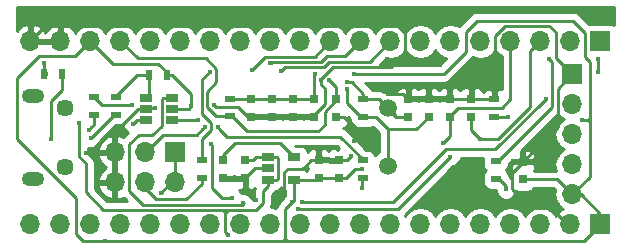
<source format=gbl>
%TF.GenerationSoftware,KiCad,Pcbnew,4.0.7*%
%TF.CreationDate,2017-11-06T20:43:19+08:00*%
%TF.ProjectId,STM32F401CCT6,53544D333246343031434354362E6B69,rev?*%
%TF.FileFunction,Copper,L2,Bot,Signal*%
%FSLAX46Y46*%
G04 Gerber Fmt 4.6, Leading zero omitted, Abs format (unit mm)*
G04 Created by KiCad (PCBNEW 4.0.7) date 11/06/17 20:43:19*
%MOMM*%
%LPD*%
G01*
G04 APERTURE LIST*
%ADD10C,0.100000*%
%ADD11R,1.700000X1.700000*%
%ADD12O,1.700000X1.700000*%
%ADD13C,1.450000*%
%ADD14O,1.900000X1.200000*%
%ADD15R,0.500000X0.900000*%
%ADD16R,0.900000X0.500000*%
%ADD17R,1.060000X0.650000*%
%ADD18R,0.750000X0.800000*%
%ADD19C,1.500000*%
%ADD20C,0.450000*%
%ADD21C,0.250000*%
%ADD22C,0.254000*%
G04 APERTURE END LIST*
D10*
D11*
X-430000Y15700000D03*
D12*
X-2970000Y15700000D03*
X-5510000Y15700000D03*
X-8050000Y15700000D03*
X-10590000Y15700000D03*
X-13130000Y15700000D03*
X-15670000Y15700000D03*
X-18210000Y15700000D03*
X-20750000Y15700000D03*
X-23290000Y15700000D03*
X-25830000Y15700000D03*
X-28370000Y15700000D03*
X-30910000Y15700000D03*
X-33450000Y15700000D03*
X-35990000Y15700000D03*
X-38530000Y15700000D03*
X-41070000Y15700000D03*
X-43610000Y15700000D03*
X-46150000Y15700000D03*
X-48690000Y15700000D03*
D11*
X-430000Y200000D03*
D12*
X-2970000Y200000D03*
X-5510000Y200000D03*
X-8050000Y200000D03*
X-10590000Y200000D03*
X-13130000Y200000D03*
X-15670000Y200000D03*
X-18210000Y200000D03*
X-20750000Y200000D03*
X-23290000Y200000D03*
X-25830000Y200000D03*
X-28370000Y200000D03*
X-30910000Y200000D03*
X-33450000Y200000D03*
X-35990000Y200000D03*
X-38530000Y200000D03*
X-41070000Y200000D03*
X-43610000Y200000D03*
X-46150000Y200000D03*
X-48690000Y200000D03*
D11*
X-36472000Y6302000D03*
D12*
X-36472000Y3762000D03*
X-39012000Y6302000D03*
X-39012000Y3762000D03*
X-41552000Y6302000D03*
X-41552000Y3762000D03*
D13*
X-45770000Y10080000D03*
X-45770000Y5080000D03*
D14*
X-48470000Y11080000D03*
X-48470000Y4080000D03*
D11*
X-2810000Y12900000D03*
D12*
X-2810000Y10360000D03*
X-2810000Y7820000D03*
X-2810000Y5280000D03*
X-2810000Y2740000D03*
D15*
X-47550000Y12960000D03*
X-46050000Y12960000D03*
D16*
X-43350000Y10990000D03*
X-43350000Y9490000D03*
X-41440000Y10990000D03*
X-41440000Y9490000D03*
D17*
X-38900000Y9020000D03*
X-38900000Y9970000D03*
X-38900000Y10920000D03*
X-36700000Y10920000D03*
X-36700000Y9020000D03*
X-36700000Y9970000D03*
D15*
X-38670000Y12870000D03*
X-37170000Y12870000D03*
D16*
X-31810000Y10860000D03*
X-31810000Y9360000D03*
D18*
X-29980000Y9330000D03*
X-29980000Y10830000D03*
X-28260000Y9320000D03*
X-28260000Y10820000D03*
X-26460000Y9320000D03*
X-26460000Y10820000D03*
X-24700000Y9330000D03*
X-24700000Y10830000D03*
X-22810000Y9330000D03*
X-22810000Y10830000D03*
D16*
X-20500000Y9290000D03*
X-20500000Y10790000D03*
D18*
X-16710000Y10830000D03*
X-16710000Y9330000D03*
X-14980000Y10830000D03*
X-14980000Y9330000D03*
X-13200000Y10830000D03*
X-13200000Y9330000D03*
X-11370000Y10830000D03*
X-11370000Y9330000D03*
D16*
X-9420000Y10790000D03*
X-9420000Y9290000D03*
D18*
X-7010000Y5510000D03*
X-7010000Y4010000D03*
D16*
X-9290000Y5540000D03*
X-9290000Y4040000D03*
X-20570000Y5630000D03*
X-20570000Y4130000D03*
D18*
X-22560000Y5650000D03*
X-22560000Y4150000D03*
X-24300000Y5660000D03*
X-24300000Y4160000D03*
D17*
X-28580000Y4000000D03*
X-28580000Y4950000D03*
X-28580000Y5900000D03*
X-26380000Y5900000D03*
X-26380000Y4000000D03*
D18*
X-30510000Y4130000D03*
X-30510000Y5630000D03*
X-32360000Y4130000D03*
X-32360000Y5630000D03*
D16*
X-34210000Y5670000D03*
X-34210000Y4170000D03*
D19*
X-18440000Y5160000D03*
X-18440000Y10040000D03*
D20*
X-44540000Y8810000D03*
X-31980000Y-680000D03*
X-21287592Y7242400D03*
X-20280000Y8310000D03*
X-43980000Y6290000D03*
X-29560008Y2302013D03*
X-24087080Y12410438D03*
X-18430000Y11250000D03*
X-47520000Y13890000D03*
X-28080000Y2070000D03*
X-33182346Y10345741D03*
X-21565415Y5964585D03*
X-38135009Y10050000D03*
X-23409602Y12410570D03*
X-670000Y13080008D03*
X-640000Y14180000D03*
X-35070000Y10240000D03*
X-20660000Y4890000D03*
X-42380000Y-1230000D03*
X-24560875Y12920000D03*
X-21300000Y12979992D03*
X-26534596Y2070000D03*
X-37680000Y2880002D03*
X-1990000Y9060000D03*
X-10650000Y7450000D03*
X-13800000Y7060000D03*
X-21907328Y11636078D03*
X-21910679Y12286071D03*
X-8280000Y9310000D03*
X-8446637Y3169263D03*
X-33940000Y8495285D03*
X-32840008Y8457981D03*
X-4770000Y14220000D03*
X-27470000Y13210000D03*
X-28380000Y13850000D03*
X-29957893Y13257893D03*
X-5070000Y10810000D03*
X-25714536Y2074195D03*
X-26070000Y1530000D03*
X-13130000Y5950000D03*
X-30660000Y1980000D03*
X-34490000Y9030000D03*
X-31600000Y2430001D03*
X-33390000Y7040000D03*
X-40000000Y8730000D03*
X-40069998Y10280000D03*
X-20650000Y3250000D03*
X-33530000Y13150000D03*
X-43750000Y8240000D03*
X-46990000Y7480000D03*
X-43600000Y7550000D03*
D21*
X-44540000Y8810000D02*
X-44540000Y5930000D01*
X-44540000Y5930000D02*
X-44025001Y5415001D01*
X-44025001Y2919999D02*
X-42535002Y1430000D01*
X-44025001Y5415001D02*
X-44025001Y2919999D01*
X-42535002Y1430000D02*
X-32400000Y1430000D01*
X-32400000Y1430000D02*
X-31980000Y1430000D01*
X-31980000Y1430000D02*
X-29621101Y1430000D01*
X-32204999Y1234999D02*
X-32175001Y1234999D01*
X-32175001Y1234999D02*
X-31980000Y1430000D01*
X-32204999Y1234999D02*
X-32204999Y-455001D01*
X-32204999Y-455001D02*
X-31980000Y-680000D01*
X-32400000Y1430000D02*
X-32204999Y1234999D01*
X-29010009Y2994991D02*
X-28580000Y3425000D01*
X-29621101Y1430000D02*
X-29010009Y2041092D01*
X-29010009Y2041092D02*
X-29010009Y2994991D01*
X-28580000Y3425000D02*
X-28580000Y4000000D01*
X-30510000Y5630000D02*
X-29885000Y5630000D01*
X-29885000Y5630000D02*
X-29615000Y5900000D01*
X-29615000Y5900000D02*
X-28580000Y5900000D01*
X-28580000Y5900000D02*
X-27800000Y5900000D01*
X-27800000Y4000000D02*
X-28580000Y4000000D01*
X-27800000Y5900000D02*
X-27700000Y5800000D01*
X-27700000Y5800000D02*
X-27700000Y4100000D01*
X-27700000Y4100000D02*
X-27800000Y4000000D01*
X-21287592Y7302408D02*
X-21287592Y7242400D01*
X-20280000Y8310000D02*
X-21287592Y7302408D01*
X-20598198Y8310000D02*
X-20280000Y8310000D01*
X-22185000Y9330000D02*
X-21165000Y8310000D01*
X-21165000Y8310000D02*
X-20598198Y8310000D01*
X-22810000Y9330000D02*
X-22185000Y9330000D01*
X-41552000Y6302000D02*
X-43968000Y6302000D01*
X-43968000Y6302000D02*
X-43980000Y6290000D01*
X-29980000Y9330000D02*
X-30280000Y9330000D01*
X-30280000Y9330000D02*
X-31101233Y10151233D01*
X-31101233Y10151233D02*
X-32991233Y10151233D01*
X-32991233Y10151233D02*
X-33182346Y10342346D01*
X-33182346Y10342346D02*
X-33182346Y10345741D01*
X-29785007Y2527012D02*
X-29560008Y2302013D01*
X-30510000Y4130000D02*
X-30510000Y3252005D01*
X-30510000Y3252005D02*
X-29785007Y2527012D01*
X-38135009Y10050000D02*
X-38820000Y10050000D01*
X-38820000Y10050000D02*
X-38900000Y9970000D01*
X-41552000Y7965988D02*
X-41552000Y7991988D01*
X-41552000Y7991988D02*
X-39573988Y9970000D01*
X-39573988Y9970000D02*
X-38900000Y9970000D01*
X-7010000Y5510000D02*
X-7010000Y5535000D01*
X-7010000Y5535000D02*
X-4050007Y8494993D01*
X-4050007Y8494993D02*
X-4050007Y11659993D01*
X-4050007Y11659993D02*
X-2810000Y12900000D01*
X-24700000Y9330000D02*
X-24700000Y9460000D01*
X-23770000Y10390000D02*
X-23770000Y11727624D01*
X-24700000Y9460000D02*
X-23770000Y10390000D01*
X-23770000Y11727624D02*
X-24087080Y12044704D01*
X-24087080Y12044704D02*
X-24087080Y12092240D01*
X-24087080Y12092240D02*
X-24087080Y12410438D01*
X-24087080Y12552674D02*
X-24087080Y12410438D01*
X-18164008Y13529992D02*
X-23109762Y13529992D01*
X-16970000Y14724000D02*
X-18164008Y13529992D01*
X-23109762Y13529992D02*
X-24087080Y12552674D01*
X-17560000Y16990000D02*
X-16970000Y16400000D01*
X-16970000Y16400000D02*
X-16970000Y14724000D01*
X-47430000Y16990000D02*
X-17560000Y16990000D01*
X-48690000Y15730000D02*
X-47430000Y16990000D01*
X-17180000Y11250000D02*
X-18111802Y11250000D01*
X-18111802Y11250000D02*
X-18430000Y11250000D01*
X-16750000Y10820000D02*
X-17180000Y11250000D01*
X-2970000Y-20000D02*
X-4620000Y1630000D01*
X-7900000Y4595000D02*
X-7010000Y5485000D01*
X-4620000Y1630000D02*
X-6300000Y1630000D01*
X-6300000Y1630000D02*
X-7900000Y3230000D01*
X-7900000Y3230000D02*
X-7900000Y4595000D01*
X-7010000Y5485000D02*
X-7010000Y5510000D01*
X-47550000Y12960000D02*
X-47550000Y13860000D01*
X-47550000Y13860000D02*
X-47520000Y13890000D01*
X-47540000Y13910000D02*
X-47520000Y13890000D01*
X-47560000Y13910000D02*
X-47540000Y13910000D01*
X-27855001Y2294999D02*
X-28080000Y2070000D01*
X-27250000Y4604000D02*
X-27250000Y2900000D01*
X-24300000Y5660000D02*
X-24925000Y5660000D01*
X-25645000Y4940000D02*
X-26914000Y4940000D01*
X-26914000Y4940000D02*
X-27250000Y4604000D01*
X-27250000Y2900000D02*
X-27855001Y2294999D01*
X-24925000Y5660000D02*
X-25645000Y4940000D01*
X-4759998Y16999998D02*
X-4220000Y16460000D01*
X-9350000Y10860000D02*
X-9350000Y16168988D01*
X-9350000Y16168988D02*
X-8518990Y16999998D01*
X-8518990Y16999998D02*
X-4759998Y16999998D01*
X-4220000Y16460000D02*
X-4220000Y14310000D01*
X-4220000Y14310000D02*
X-2810000Y12900000D01*
X-41548006Y7961994D02*
X-41552000Y7965988D01*
X-41552000Y7965988D02*
X-41552000Y6302000D01*
X-21880000Y5650000D02*
X-21790414Y5739586D01*
X-21790414Y5739586D02*
X-21565415Y5964585D01*
X-22560000Y5650000D02*
X-21880000Y5650000D01*
X-24300000Y5660000D02*
X-23195000Y5660000D01*
X-23195000Y5660000D02*
X-23185000Y5650000D01*
X-22560000Y5650000D02*
X-23185000Y5650000D01*
X-28580000Y4950000D02*
X-29690000Y4950000D01*
X-29690000Y4950000D02*
X-30510000Y4130000D01*
X-32360000Y4130000D02*
X-30510000Y4130000D01*
X-11370000Y10830000D02*
X-9460000Y10830000D01*
X-11370000Y10830000D02*
X-13200000Y10830000D01*
X-14990000Y10820000D02*
X-13210000Y10820000D01*
X-13210000Y10820000D02*
X-13200000Y10830000D01*
X-16710000Y10830000D02*
X-15000000Y10830000D01*
X-15000000Y10830000D02*
X-14990000Y10820000D01*
X-24700000Y9330000D02*
X-26450000Y9330000D01*
X-26450000Y9330000D02*
X-26460000Y9320000D01*
X-26460000Y9320000D02*
X-28260000Y9320000D01*
X-29980000Y9330000D02*
X-28270000Y9330000D01*
X-28270000Y9330000D02*
X-28260000Y9320000D01*
X-41552000Y6302000D02*
X-41552000Y5099919D01*
X-41552000Y5099919D02*
X-41552000Y3762000D01*
X-32360000Y5630000D02*
X-32420000Y5690000D01*
X-32420000Y5690000D02*
X-32420000Y6055000D01*
X-32420000Y6055000D02*
X-31385000Y7090000D01*
X-31385000Y7090000D02*
X-27580000Y7090000D01*
X-27580000Y7090000D02*
X-26390000Y5900000D01*
X-26390000Y5900000D02*
X-26380000Y5900000D01*
X-31610000Y9360000D02*
X-30340000Y8090000D01*
X-24340011Y8090000D02*
X-23790000Y8640011D01*
X-23790000Y9730000D02*
X-22810000Y10710000D01*
X-30340000Y8090000D02*
X-24340011Y8090000D01*
X-31810000Y9360000D02*
X-31610000Y9360000D01*
X-23790000Y8640011D02*
X-23790000Y9730000D01*
X-41070000Y15730000D02*
X-39600000Y14260000D01*
X-39600000Y14260000D02*
X-33850000Y14260000D01*
X-33850000Y14260000D02*
X-32960008Y13370008D01*
X-32960008Y13370008D02*
X-32960008Y12229992D01*
X-32960008Y12229992D02*
X-33739991Y11450009D01*
X-33739991Y11450009D02*
X-33739991Y10105766D01*
X-33739991Y10105766D02*
X-32994225Y9360000D01*
X-32994225Y9360000D02*
X-32510000Y9360000D01*
X-32510000Y9360000D02*
X-31810000Y9360000D01*
X-23409602Y12410570D02*
X-22810000Y11810968D01*
X-22810000Y11810968D02*
X-22810000Y10830000D01*
X-640000Y14180000D02*
X-640000Y13110008D01*
X-640000Y13110008D02*
X-670000Y13080008D01*
X-37170000Y12870000D02*
X-37170000Y13070000D01*
X-37170000Y13070000D02*
X-37909999Y13809999D01*
X-37909999Y13809999D02*
X-41689999Y13809999D01*
X-41689999Y13809999D02*
X-43610000Y15730000D01*
X-43610000Y15730000D02*
X-44900000Y14440000D01*
X-44900000Y14440000D02*
X-47980000Y14440000D01*
X-47980000Y14440000D02*
X-49810000Y12610000D01*
X-49810000Y12610000D02*
X-49810000Y7400000D01*
X-49810000Y7400000D02*
X-44860000Y2450000D01*
X-44860000Y2450000D02*
X-44860000Y-640000D01*
X-44860000Y-640000D02*
X-44270000Y-1230000D01*
X-44270000Y-1230000D02*
X-42380000Y-1230000D01*
X-35070000Y10558198D02*
X-35070000Y10240000D01*
X-35070000Y11270000D02*
X-35070000Y10558198D01*
X-37170000Y12870000D02*
X-36670000Y12870000D01*
X-36670000Y12870000D02*
X-35070000Y11270000D01*
X-35294999Y10015001D02*
X-35070000Y10240000D01*
X-36700000Y9970000D02*
X-35340000Y9970000D01*
X-35340000Y9970000D02*
X-35294999Y10015001D01*
X-24700000Y10830000D02*
X-24700000Y12752274D01*
X-24700000Y12752274D02*
X-24570000Y12882274D01*
X-22560000Y4150000D02*
X-21935000Y4150000D01*
X-21195000Y4890000D02*
X-20978198Y4890000D01*
X-21935000Y4150000D02*
X-21195000Y4890000D01*
X-20978198Y4890000D02*
X-20660000Y4890000D01*
X-1290000Y8880000D02*
X-1290000Y9230000D01*
X-1290000Y9230000D02*
X-1290000Y13930000D01*
X-1470000Y9060000D02*
X-1460000Y9060000D01*
X-1460000Y9060000D02*
X-1290000Y9230000D01*
X-26940000Y-1230000D02*
X-1840000Y-1230000D01*
X-27314981Y-1230000D02*
X-26940000Y-1230000D01*
X-26945019Y-1230000D02*
X-27130000Y-1045019D01*
X-26940000Y-1230000D02*
X-26945019Y-1230000D01*
X-1840000Y-1230000D02*
X-450000Y160000D01*
X-450000Y160000D02*
X-430000Y160000D01*
X-42380000Y-1230000D02*
X-27314981Y-1230000D01*
X-27314981Y-1230000D02*
X-27130000Y-1045019D01*
X-27130000Y-1045019D02*
X-27130000Y1474596D01*
X-27130000Y1474596D02*
X-26759595Y1845001D01*
X-26759595Y1845001D02*
X-26534596Y2070000D01*
X-440000Y160000D02*
X-430000Y160000D01*
X-37680000Y2880002D02*
X-37679998Y2880002D01*
X-36800000Y3760000D02*
X-36474000Y3760000D01*
X-37679998Y2880002D02*
X-36800000Y3760000D01*
X-36474000Y3760000D02*
X-36472000Y3762000D01*
X-36472000Y3762000D02*
X-36472000Y4964081D01*
X-36472000Y4964081D02*
X-36472000Y6302000D01*
X-430000Y1080000D02*
X-430000Y160000D01*
X-20981802Y12979992D02*
X-21300000Y12979992D01*
X-13680008Y12979992D02*
X-20981802Y12979992D01*
X-11840000Y16460000D02*
X-11840000Y14820000D01*
X-2779999Y17449999D02*
X-10850001Y17449999D01*
X-1720000Y16390000D02*
X-2779999Y17449999D01*
X-11840000Y14820000D02*
X-13680008Y12979992D01*
X-10850001Y17449999D02*
X-11840000Y16460000D01*
X-1720000Y14360000D02*
X-1720000Y16390000D01*
X-1290000Y13930000D02*
X-1720000Y14360000D01*
X-26380000Y4000000D02*
X-26380000Y2224596D01*
X-26380000Y2224596D02*
X-26534596Y2070000D01*
X-2090000Y2740000D02*
X-430000Y1080000D01*
X-1290000Y4260000D02*
X-1290000Y8880000D01*
X-2810000Y2740000D02*
X-1290000Y4260000D01*
X-1290000Y8880000D02*
X-1470000Y9060000D01*
X-1707158Y9060000D02*
X-1990000Y9060000D01*
X-1470000Y9060000D02*
X-1707158Y9060000D01*
X-2090000Y2740000D02*
X-2810000Y2740000D01*
X-26380000Y4000000D02*
X-24460000Y4000000D01*
X-24460000Y4000000D02*
X-24300000Y4160000D01*
X-24190000Y4160000D02*
X-22570000Y4160000D01*
X-22570000Y4160000D02*
X-22560000Y4150000D01*
X-7010000Y4010000D02*
X-4080000Y4010000D01*
X-4080000Y4010000D02*
X-2810000Y2740000D01*
X-26460000Y10820000D02*
X-24710000Y10820000D01*
X-24710000Y10820000D02*
X-24700000Y10830000D01*
X-28260000Y10820000D02*
X-26460000Y10820000D01*
X-29980000Y10830000D02*
X-28270000Y10830000D01*
X-28270000Y10830000D02*
X-28260000Y10820000D01*
X-31810000Y10860000D02*
X-30010000Y10860000D01*
X-30010000Y10860000D02*
X-29980000Y10830000D01*
X-10874999Y7674999D02*
X-10650000Y7450000D01*
X-11370000Y9330000D02*
X-11370000Y8170000D01*
X-10331802Y7450000D02*
X-10650000Y7450000D01*
X-6359999Y10170001D02*
X-9080000Y7450000D01*
X-9080000Y7450000D02*
X-10331802Y7450000D01*
X-11370000Y8170000D02*
X-10874999Y7674999D01*
X-6359999Y14880001D02*
X-6359999Y10170001D01*
X-5510000Y15730000D02*
X-6359999Y14880001D01*
X-8050000Y15730000D02*
X-8050000Y10800000D01*
X-13200000Y9355000D02*
X-13200000Y9330000D01*
X-8050000Y10800000D02*
X-8770000Y10080000D01*
X-8770000Y10080000D02*
X-12475000Y10080000D01*
X-12475000Y10080000D02*
X-13200000Y9355000D01*
X-13200000Y9330000D02*
X-13200000Y7660000D01*
X-13600001Y7259999D02*
X-13800000Y7060000D01*
X-13200000Y7660000D02*
X-13600001Y7259999D01*
X-18220000Y8250000D02*
X-16035000Y8250000D01*
X-18410000Y8250000D02*
X-18220000Y8250000D01*
X-18440000Y8250000D02*
X-18440000Y8110000D01*
X-18440000Y8110000D02*
X-18440000Y5160000D01*
X-18220000Y8250000D02*
X-18300000Y8250000D01*
X-18300000Y8250000D02*
X-18440000Y8110000D01*
X-21907328Y11317880D02*
X-21907328Y11636078D01*
X-21907328Y10487328D02*
X-21907328Y11317880D01*
X-20710000Y9290000D02*
X-21907328Y10487328D01*
X-18410000Y8250000D02*
X-19450000Y9290000D01*
X-19450000Y9290000D02*
X-20710000Y9290000D01*
X-18410000Y8250000D02*
X-18410000Y8260000D01*
X-18410000Y8260000D02*
X-18420000Y8270000D01*
X-18420000Y8270000D02*
X-18440000Y8250000D01*
X-16035000Y8250000D02*
X-14980000Y9305000D01*
X-14980000Y9305000D02*
X-14980000Y9330000D01*
X-14990000Y9320000D02*
X-14990000Y9295000D01*
X-14990000Y9295000D02*
X-16035000Y8250000D01*
X-21592481Y12286071D02*
X-21910679Y12286071D01*
X-21496071Y12286071D02*
X-21592481Y12286071D01*
X-20500000Y11290000D02*
X-21496071Y12286071D01*
X-20500000Y10790000D02*
X-20500000Y11290000D01*
X-20500000Y10790000D02*
X-19190000Y10790000D01*
X-19190000Y10790000D02*
X-18440000Y10040000D01*
X-17770000Y9320000D02*
X-17770000Y9370000D01*
X-17770000Y9370000D02*
X-18440000Y10040000D01*
X-16750000Y9320000D02*
X-17770000Y9320000D01*
X-17770000Y9320000D02*
X-18510000Y10060000D01*
X-8280000Y9310000D02*
X-9400000Y9310000D01*
X-9400000Y9310000D02*
X-9420000Y9290000D01*
X-8446637Y3487461D02*
X-8446637Y3169263D01*
X-8999176Y4040000D02*
X-8446637Y3487461D01*
X-9290000Y4040000D02*
X-8999176Y4040000D01*
X-32615009Y8232982D02*
X-32840008Y8457981D01*
X-20560000Y5690000D02*
X-20560000Y5736989D01*
X-22463010Y7639999D02*
X-32022026Y7639999D01*
X-32022026Y7639999D02*
X-32615009Y8232982D01*
X-20560000Y5736989D02*
X-22463010Y7639999D01*
X-37440000Y7810000D02*
X-34625285Y7810000D01*
X-34625285Y7810000D02*
X-34164999Y8270286D01*
X-39030000Y6220000D02*
X-37440000Y7810000D01*
X-34164999Y8270286D02*
X-33940000Y8495285D01*
X-39030000Y3326011D02*
X-38033991Y2330002D01*
X-34210000Y3670000D02*
X-34210000Y4170000D01*
X-35549998Y2330002D02*
X-34210000Y3670000D01*
X-39030000Y3680000D02*
X-39030000Y3326011D01*
X-38033991Y2330002D02*
X-35549998Y2330002D01*
X-4500008Y13950008D02*
X-4545001Y13995001D01*
X-9290000Y5540000D02*
X-9090000Y5540000D01*
X-4500008Y10129992D02*
X-4500008Y13950008D01*
X-9090000Y5540000D02*
X-4500008Y10129992D01*
X-4545001Y13995001D02*
X-4770000Y14220000D01*
X-23410293Y13979993D02*
X-23870286Y13520000D01*
X-23870286Y13520000D02*
X-27160000Y13520000D01*
X-18210000Y15730000D02*
X-19960007Y13979993D01*
X-19960007Y13979993D02*
X-23410293Y13979993D01*
X-27160000Y13520000D02*
X-27245001Y13434999D01*
X-27245001Y13434999D02*
X-27470000Y13210000D01*
X-20750000Y15730000D02*
X-22050000Y14430000D01*
X-22050000Y14430000D02*
X-23602962Y14430000D01*
X-23602962Y14430000D02*
X-24062961Y13970001D01*
X-28259999Y13970001D02*
X-28340000Y13890000D01*
X-24062961Y13970001D02*
X-28259999Y13970001D01*
X-28340000Y13890000D02*
X-28380000Y13850000D01*
X-29732894Y13482892D02*
X-29957893Y13257893D01*
X-28795784Y14420002D02*
X-29732894Y13482892D01*
X-23290000Y15730000D02*
X-24599998Y14420002D01*
X-24599998Y14420002D02*
X-28795784Y14420002D01*
X-9320000Y6560000D02*
X-5294999Y10585001D01*
X-13523012Y6560000D02*
X-9320000Y6560000D01*
X-18008817Y2074195D02*
X-13523012Y6560000D01*
X-5294999Y10585001D02*
X-5070000Y10810000D01*
X-25714536Y2074195D02*
X-18008817Y2074195D01*
X-17570000Y1510000D02*
X-26050000Y1510000D01*
X-26050000Y1510000D02*
X-26070000Y1530000D01*
X-14220000Y4860000D02*
X-17570000Y1510000D01*
X-13354999Y5725001D02*
X-13130000Y5950000D01*
X-14220000Y4860000D02*
X-13354999Y5725001D01*
X-14220000Y4860000D02*
X-14369999Y4710001D01*
X-36700000Y10920000D02*
X-37480000Y10920000D01*
X-37580000Y8580000D02*
X-38370000Y7790000D01*
X-30650000Y1980000D02*
X-30660000Y1980000D01*
X-37480000Y10920000D02*
X-37580000Y10820000D01*
X-37580000Y10820000D02*
X-37580000Y8580000D01*
X-38370000Y7790000D02*
X-39540000Y7790000D01*
X-39540000Y7790000D02*
X-40310000Y7020000D01*
X-40310000Y7020000D02*
X-40310000Y3050000D01*
X-39140001Y1880001D02*
X-30749999Y1880001D01*
X-40310000Y3050000D02*
X-39140001Y1880001D01*
X-30749999Y1880001D02*
X-30650000Y1980000D01*
X-34500000Y9020000D02*
X-34490000Y9030000D01*
X-36700000Y9020000D02*
X-34500000Y9020000D01*
X-33390000Y7040000D02*
X-33300000Y6950000D01*
X-33300000Y6950000D02*
X-33300000Y3280000D01*
X-33300000Y3280000D02*
X-32450001Y2430001D01*
X-32450001Y2430001D02*
X-31600000Y2430001D01*
X-43350000Y10990000D02*
X-43350000Y10960000D01*
X-42670000Y10280000D02*
X-40080000Y10280000D01*
X-43350000Y10960000D02*
X-42670000Y10280000D01*
X-40080000Y10280000D02*
X-40069998Y10280000D01*
X-38900000Y9020000D02*
X-39710000Y9020000D01*
X-39710000Y9020000D02*
X-39775001Y8954999D01*
X-39775001Y8954999D02*
X-40000000Y8730000D01*
X-38670000Y12870000D02*
X-38670000Y11150000D01*
X-38670000Y11150000D02*
X-38900000Y10920000D01*
X-38670000Y12870000D02*
X-39680000Y12870000D01*
X-39680000Y12870000D02*
X-41550000Y11000000D01*
X-41550000Y11000000D02*
X-41550000Y10990000D01*
X-20650000Y3568198D02*
X-20650000Y3250000D01*
X-20650000Y4100000D02*
X-20650000Y3568198D01*
X-20560000Y4190000D02*
X-20650000Y4100000D01*
X-34210000Y7411296D02*
X-34210000Y6170000D01*
X-33390008Y8759282D02*
X-33390008Y8231288D01*
X-34189992Y9559266D02*
X-33390008Y8759282D01*
X-34210000Y6170000D02*
X-34210000Y5670000D01*
X-33530000Y13150000D02*
X-34189992Y12490008D01*
X-34189992Y12490008D02*
X-34189992Y9559266D01*
X-33390008Y8231288D02*
X-34210000Y7411296D01*
X-43350000Y8640000D02*
X-43525001Y8464999D01*
X-43350000Y9490000D02*
X-43350000Y8640000D01*
X-43525001Y8464999D02*
X-43750000Y8240000D01*
X-46990000Y7798198D02*
X-46990000Y7480000D01*
X-46990000Y10650000D02*
X-46990000Y7798198D01*
X-46050000Y12960000D02*
X-46050000Y11590000D01*
X-46050000Y11590000D02*
X-46990000Y10650000D01*
X-41640000Y9490000D02*
X-43580000Y7550000D01*
X-41440000Y9490000D02*
X-41640000Y9490000D01*
X-43580000Y7550000D02*
X-43600000Y7550000D01*
D22*
G36*
X-2843000Y327000D02*
X-2823000Y327000D01*
X-2823000Y73000D01*
X-2843000Y73000D01*
X-2843000Y53000D01*
X-3097000Y53000D01*
X-3097000Y73000D01*
X-3117000Y73000D01*
X-3117000Y327000D01*
X-3097000Y327000D01*
X-3097000Y347000D01*
X-2843000Y347000D01*
X-2843000Y327000D01*
X-2843000Y327000D01*
G37*
X-2843000Y327000D02*
X-2823000Y327000D01*
X-2823000Y73000D01*
X-2843000Y73000D01*
X-2843000Y53000D01*
X-3097000Y53000D01*
X-3097000Y73000D01*
X-3117000Y73000D01*
X-3117000Y327000D01*
X-3097000Y327000D01*
X-3097000Y347000D01*
X-2843000Y347000D01*
X-2843000Y327000D01*
G36*
X-10387440Y5790000D02*
X-10387440Y5290000D01*
X-10343162Y5054683D01*
X-10204090Y4838559D01*
X-10134289Y4790866D01*
X-10191441Y4754090D01*
X-10336431Y4541890D01*
X-10387440Y4290000D01*
X-10387440Y3790000D01*
X-10343162Y3554683D01*
X-10204090Y3338559D01*
X-9991890Y3193569D01*
X-9740000Y3142560D01*
X-9306660Y3142560D01*
X-9306786Y2998949D01*
X-9176134Y2682749D01*
X-8934424Y2440616D01*
X-8618452Y2309413D01*
X-8276323Y2309114D01*
X-7960123Y2439766D01*
X-7717990Y2681476D01*
X-7586787Y2997448D01*
X-7586782Y3003422D01*
X-7385000Y2962560D01*
X-6635000Y2962560D01*
X-6399683Y3006838D01*
X-6183559Y3145910D01*
X-6112437Y3250000D01*
X-4394802Y3250000D01*
X-4251210Y3106408D01*
X-4324093Y2740000D01*
X-4211054Y2171715D01*
X-3889147Y1689946D01*
X-3629207Y1516260D01*
X-3736924Y1471645D01*
X-4165183Y1081358D01*
X-4232298Y938447D01*
X-4459946Y1279147D01*
X-4941715Y1601054D01*
X-5510000Y1714093D01*
X-6078285Y1601054D01*
X-6560054Y1279147D01*
X-6780000Y949974D01*
X-6999946Y1279147D01*
X-7481715Y1601054D01*
X-8050000Y1714093D01*
X-8618285Y1601054D01*
X-9100054Y1279147D01*
X-9320000Y949974D01*
X-9539946Y1279147D01*
X-10021715Y1601054D01*
X-10590000Y1714093D01*
X-11158285Y1601054D01*
X-11640054Y1279147D01*
X-11860000Y949974D01*
X-12079946Y1279147D01*
X-12561715Y1601054D01*
X-13130000Y1714093D01*
X-13698285Y1601054D01*
X-14180054Y1279147D01*
X-14400000Y949974D01*
X-14619946Y1279147D01*
X-15101715Y1601054D01*
X-15670000Y1714093D01*
X-16238285Y1601054D01*
X-16720054Y1279147D01*
X-16940000Y949974D01*
X-16986152Y1019046D01*
X-12884126Y5121072D01*
X-12643486Y5220503D01*
X-12401353Y5462213D01*
X-12270150Y5778185D01*
X-12270131Y5800000D01*
X-10385415Y5800000D01*
X-10387440Y5790000D01*
X-10387440Y5790000D01*
G37*
X-10387440Y5790000D02*
X-10387440Y5290000D01*
X-10343162Y5054683D01*
X-10204090Y4838559D01*
X-10134289Y4790866D01*
X-10191441Y4754090D01*
X-10336431Y4541890D01*
X-10387440Y4290000D01*
X-10387440Y3790000D01*
X-10343162Y3554683D01*
X-10204090Y3338559D01*
X-9991890Y3193569D01*
X-9740000Y3142560D01*
X-9306660Y3142560D01*
X-9306786Y2998949D01*
X-9176134Y2682749D01*
X-8934424Y2440616D01*
X-8618452Y2309413D01*
X-8276323Y2309114D01*
X-7960123Y2439766D01*
X-7717990Y2681476D01*
X-7586787Y2997448D01*
X-7586782Y3003422D01*
X-7385000Y2962560D01*
X-6635000Y2962560D01*
X-6399683Y3006838D01*
X-6183559Y3145910D01*
X-6112437Y3250000D01*
X-4394802Y3250000D01*
X-4251210Y3106408D01*
X-4324093Y2740000D01*
X-4211054Y2171715D01*
X-3889147Y1689946D01*
X-3629207Y1516260D01*
X-3736924Y1471645D01*
X-4165183Y1081358D01*
X-4232298Y938447D01*
X-4459946Y1279147D01*
X-4941715Y1601054D01*
X-5510000Y1714093D01*
X-6078285Y1601054D01*
X-6560054Y1279147D01*
X-6780000Y949974D01*
X-6999946Y1279147D01*
X-7481715Y1601054D01*
X-8050000Y1714093D01*
X-8618285Y1601054D01*
X-9100054Y1279147D01*
X-9320000Y949974D01*
X-9539946Y1279147D01*
X-10021715Y1601054D01*
X-10590000Y1714093D01*
X-11158285Y1601054D01*
X-11640054Y1279147D01*
X-11860000Y949974D01*
X-12079946Y1279147D01*
X-12561715Y1601054D01*
X-13130000Y1714093D01*
X-13698285Y1601054D01*
X-14180054Y1279147D01*
X-14400000Y949974D01*
X-14619946Y1279147D01*
X-15101715Y1601054D01*
X-15670000Y1714093D01*
X-16238285Y1601054D01*
X-16720054Y1279147D01*
X-16940000Y949974D01*
X-16986152Y1019046D01*
X-12884126Y5121072D01*
X-12643486Y5220503D01*
X-12401353Y5462213D01*
X-12270150Y5778185D01*
X-12270131Y5800000D01*
X-10385415Y5800000D01*
X-10387440Y5790000D01*
G36*
X-27374090Y3223559D02*
X-27161890Y3078569D01*
X-27140000Y3074136D01*
X-27140000Y2680815D01*
X-27263243Y2557787D01*
X-27363815Y2315583D01*
X-27667401Y2011997D01*
X-27832148Y1765435D01*
X-27862443Y1613134D01*
X-28336478Y1707425D01*
X-28307861Y1750253D01*
X-28250009Y2041092D01*
X-28250009Y2680189D01*
X-28042599Y2887599D01*
X-27934567Y3049280D01*
X-27814683Y3071838D01*
X-27598559Y3210910D01*
X-27543872Y3290948D01*
X-27509161Y3297852D01*
X-27448135Y3338628D01*
X-27374090Y3223559D01*
X-27374090Y3223559D01*
G37*
X-27374090Y3223559D02*
X-27161890Y3078569D01*
X-27140000Y3074136D01*
X-27140000Y2680815D01*
X-27263243Y2557787D01*
X-27363815Y2315583D01*
X-27667401Y2011997D01*
X-27832148Y1765435D01*
X-27862443Y1613134D01*
X-28336478Y1707425D01*
X-28307861Y1750253D01*
X-28250009Y2041092D01*
X-28250009Y2680189D01*
X-28042599Y2887599D01*
X-27934567Y3049280D01*
X-27814683Y3071838D01*
X-27598559Y3210910D01*
X-27543872Y3290948D01*
X-27509161Y3297852D01*
X-27448135Y3338628D01*
X-27374090Y3223559D01*
G36*
X-40860149Y8559686D02*
X-40729497Y8243486D01*
X-40487787Y8001353D01*
X-40428194Y7976608D01*
X-40817661Y7587141D01*
X-41195110Y7743476D01*
X-41425000Y7622155D01*
X-41425000Y6429000D01*
X-41405000Y6429000D01*
X-41405000Y6175000D01*
X-41425000Y6175000D01*
X-41425000Y3889000D01*
X-41405000Y3889000D01*
X-41405000Y3635000D01*
X-41425000Y3635000D01*
X-41425000Y2441845D01*
X-41195110Y2320524D01*
X-40813418Y2478616D01*
X-40524802Y2190000D01*
X-42220200Y2190000D01*
X-43265001Y3234801D01*
X-43265001Y3405108D01*
X-42993486Y3405108D01*
X-42747183Y2880642D01*
X-42318924Y2490355D01*
X-41908890Y2320524D01*
X-41679000Y2441845D01*
X-41679000Y3635000D01*
X-42872819Y3635000D01*
X-42993486Y3405108D01*
X-43265001Y3405108D01*
X-43265001Y5415001D01*
X-43322853Y5705840D01*
X-43482726Y5945108D01*
X-42993486Y5945108D01*
X-42747183Y5420642D01*
X-42320729Y5032000D01*
X-42747183Y4643358D01*
X-42993486Y4118892D01*
X-42872819Y3889000D01*
X-41679000Y3889000D01*
X-41679000Y6175000D01*
X-42872819Y6175000D01*
X-42993486Y5945108D01*
X-43482726Y5945108D01*
X-43487600Y5952402D01*
X-43780000Y6244802D01*
X-43780000Y6658892D01*
X-42993486Y6658892D01*
X-42872819Y6429000D01*
X-41679000Y6429000D01*
X-41679000Y7622155D01*
X-41908890Y7743476D01*
X-42318924Y7573645D01*
X-42747183Y7183358D01*
X-42993486Y6658892D01*
X-43780000Y6658892D01*
X-43780000Y6693549D01*
X-43771815Y6690150D01*
X-43429686Y6689851D01*
X-43113486Y6820503D01*
X-42871353Y7062213D01*
X-42784983Y7270215D01*
X-41462638Y8592560D01*
X-40990000Y8592560D01*
X-40860099Y8617003D01*
X-40860149Y8559686D01*
X-40860149Y8559686D01*
G37*
X-40860149Y8559686D02*
X-40729497Y8243486D01*
X-40487787Y8001353D01*
X-40428194Y7976608D01*
X-40817661Y7587141D01*
X-41195110Y7743476D01*
X-41425000Y7622155D01*
X-41425000Y6429000D01*
X-41405000Y6429000D01*
X-41405000Y6175000D01*
X-41425000Y6175000D01*
X-41425000Y3889000D01*
X-41405000Y3889000D01*
X-41405000Y3635000D01*
X-41425000Y3635000D01*
X-41425000Y2441845D01*
X-41195110Y2320524D01*
X-40813418Y2478616D01*
X-40524802Y2190000D01*
X-42220200Y2190000D01*
X-43265001Y3234801D01*
X-43265001Y3405108D01*
X-42993486Y3405108D01*
X-42747183Y2880642D01*
X-42318924Y2490355D01*
X-41908890Y2320524D01*
X-41679000Y2441845D01*
X-41679000Y3635000D01*
X-42872819Y3635000D01*
X-42993486Y3405108D01*
X-43265001Y3405108D01*
X-43265001Y5415001D01*
X-43322853Y5705840D01*
X-43482726Y5945108D01*
X-42993486Y5945108D01*
X-42747183Y5420642D01*
X-42320729Y5032000D01*
X-42747183Y4643358D01*
X-42993486Y4118892D01*
X-42872819Y3889000D01*
X-41679000Y3889000D01*
X-41679000Y6175000D01*
X-42872819Y6175000D01*
X-42993486Y5945108D01*
X-43482726Y5945108D01*
X-43487600Y5952402D01*
X-43780000Y6244802D01*
X-43780000Y6658892D01*
X-42993486Y6658892D01*
X-42872819Y6429000D01*
X-41679000Y6429000D01*
X-41679000Y7622155D01*
X-41908890Y7743476D01*
X-42318924Y7573645D01*
X-42747183Y7183358D01*
X-42993486Y6658892D01*
X-43780000Y6658892D01*
X-43780000Y6693549D01*
X-43771815Y6690150D01*
X-43429686Y6689851D01*
X-43113486Y6820503D01*
X-42871353Y7062213D01*
X-42784983Y7270215D01*
X-41462638Y8592560D01*
X-40990000Y8592560D01*
X-40860099Y8617003D01*
X-40860149Y8559686D01*
G36*
X-31361250Y4257000D02*
X-30637000Y4257000D01*
X-30637000Y4277000D01*
X-30383000Y4277000D01*
X-30383000Y4257000D01*
X-30363000Y4257000D01*
X-30363000Y4003000D01*
X-30383000Y4003000D01*
X-30383000Y3253750D01*
X-30224250Y3095000D01*
X-30008690Y3095000D01*
X-29775301Y3191673D01*
X-29719858Y3247117D01*
X-29770009Y2994991D01*
X-29770009Y2355894D01*
X-29851234Y2274669D01*
X-29930503Y2466514D01*
X-30172213Y2708647D01*
X-30488185Y2839850D01*
X-30830314Y2840149D01*
X-30837690Y2837101D01*
X-30870503Y2916515D01*
X-31075019Y3121389D01*
X-31011310Y3095000D01*
X-30795750Y3095000D01*
X-30637000Y3253750D01*
X-30637000Y4003000D01*
X-31361250Y4003000D01*
X-31435000Y3929250D01*
X-31508750Y4003000D01*
X-32233000Y4003000D01*
X-32233000Y3983000D01*
X-32487000Y3983000D01*
X-32487000Y4003000D01*
X-32507000Y4003000D01*
X-32507000Y4257000D01*
X-32487000Y4257000D01*
X-32487000Y4277000D01*
X-32233000Y4277000D01*
X-32233000Y4257000D01*
X-31508750Y4257000D01*
X-31435000Y4330750D01*
X-31361250Y4257000D01*
X-31361250Y4257000D01*
G37*
X-31361250Y4257000D02*
X-30637000Y4257000D01*
X-30637000Y4277000D01*
X-30383000Y4277000D01*
X-30383000Y4257000D01*
X-30363000Y4257000D01*
X-30363000Y4003000D01*
X-30383000Y4003000D01*
X-30383000Y3253750D01*
X-30224250Y3095000D01*
X-30008690Y3095000D01*
X-29775301Y3191673D01*
X-29719858Y3247117D01*
X-29770009Y2994991D01*
X-29770009Y2355894D01*
X-29851234Y2274669D01*
X-29930503Y2466514D01*
X-30172213Y2708647D01*
X-30488185Y2839850D01*
X-30830314Y2840149D01*
X-30837690Y2837101D01*
X-30870503Y2916515D01*
X-31075019Y3121389D01*
X-31011310Y3095000D01*
X-30795750Y3095000D01*
X-30637000Y3253750D01*
X-30637000Y4003000D01*
X-31361250Y4003000D01*
X-31435000Y3929250D01*
X-31508750Y4003000D01*
X-32233000Y4003000D01*
X-32233000Y3983000D01*
X-32487000Y3983000D01*
X-32487000Y4003000D01*
X-32507000Y4003000D01*
X-32507000Y4257000D01*
X-32487000Y4257000D01*
X-32487000Y4277000D01*
X-32233000Y4277000D01*
X-32233000Y4257000D01*
X-31508750Y4257000D01*
X-31435000Y4330750D01*
X-31361250Y4257000D01*
G36*
X-3889147Y9309946D02*
X-3559974Y9090000D01*
X-3889147Y8870054D01*
X-4211054Y8388285D01*
X-4324093Y7820000D01*
X-4211054Y7251715D01*
X-3889147Y6769946D01*
X-3559974Y6550000D01*
X-3889147Y6330054D01*
X-4211054Y5848285D01*
X-4324093Y5280000D01*
X-4222648Y4770000D01*
X-6088514Y4770000D01*
X-6000000Y4983691D01*
X-6000000Y5224250D01*
X-6158750Y5383000D01*
X-6883000Y5383000D01*
X-6883000Y5363000D01*
X-7137000Y5363000D01*
X-7137000Y5383000D01*
X-7861250Y5383000D01*
X-8020000Y5224250D01*
X-8020000Y4983691D01*
X-7923327Y4750302D01*
X-7921957Y4748932D01*
X-7981431Y4661890D01*
X-8032440Y4410000D01*
X-8032440Y4148066D01*
X-8196775Y4312401D01*
X-8236838Y4525317D01*
X-8375910Y4741441D01*
X-8445711Y4789134D01*
X-8388559Y4825910D01*
X-8243569Y5038110D01*
X-8192560Y5290000D01*
X-8192560Y5362638D01*
X-7889724Y5665474D01*
X-7861250Y5637000D01*
X-7137000Y5637000D01*
X-7137000Y6386250D01*
X-6883000Y6386250D01*
X-6883000Y5637000D01*
X-6158750Y5637000D01*
X-6000000Y5795750D01*
X-6000000Y6036309D01*
X-6096673Y6269698D01*
X-6275301Y6448327D01*
X-6508690Y6545000D01*
X-6724250Y6545000D01*
X-6883000Y6386250D01*
X-7137000Y6386250D01*
X-7152974Y6402224D01*
X-4031782Y9523416D01*
X-3889147Y9309946D01*
X-3889147Y9309946D01*
G37*
X-3889147Y9309946D02*
X-3559974Y9090000D01*
X-3889147Y8870054D01*
X-4211054Y8388285D01*
X-4324093Y7820000D01*
X-4211054Y7251715D01*
X-3889147Y6769946D01*
X-3559974Y6550000D01*
X-3889147Y6330054D01*
X-4211054Y5848285D01*
X-4324093Y5280000D01*
X-4222648Y4770000D01*
X-6088514Y4770000D01*
X-6000000Y4983691D01*
X-6000000Y5224250D01*
X-6158750Y5383000D01*
X-6883000Y5383000D01*
X-6883000Y5363000D01*
X-7137000Y5363000D01*
X-7137000Y5383000D01*
X-7861250Y5383000D01*
X-8020000Y5224250D01*
X-8020000Y4983691D01*
X-7923327Y4750302D01*
X-7921957Y4748932D01*
X-7981431Y4661890D01*
X-8032440Y4410000D01*
X-8032440Y4148066D01*
X-8196775Y4312401D01*
X-8236838Y4525317D01*
X-8375910Y4741441D01*
X-8445711Y4789134D01*
X-8388559Y4825910D01*
X-8243569Y5038110D01*
X-8192560Y5290000D01*
X-8192560Y5362638D01*
X-7889724Y5665474D01*
X-7861250Y5637000D01*
X-7137000Y5637000D01*
X-7137000Y6386250D01*
X-6883000Y6386250D01*
X-6883000Y5637000D01*
X-6158750Y5637000D01*
X-6000000Y5795750D01*
X-6000000Y6036309D01*
X-6096673Y6269698D01*
X-6275301Y6448327D01*
X-6508690Y6545000D01*
X-6724250Y6545000D01*
X-6883000Y6386250D01*
X-7137000Y6386250D01*
X-7152974Y6402224D01*
X-4031782Y9523416D01*
X-3889147Y9309946D01*
G36*
X-25310000Y5133691D02*
X-25213327Y4900302D01*
X-25211957Y4898932D01*
X-25271431Y4811890D01*
X-25281939Y4760000D01*
X-25375331Y4760000D01*
X-25385910Y4776441D01*
X-25598110Y4921431D01*
X-25735120Y4949176D01*
X-25614683Y4971838D01*
X-25398559Y5110910D01*
X-25310000Y5240520D01*
X-25310000Y5133691D01*
X-25310000Y5133691D01*
G37*
X-25310000Y5133691D02*
X-25213327Y4900302D01*
X-25211957Y4898932D01*
X-25271431Y4811890D01*
X-25281939Y4760000D01*
X-25375331Y4760000D01*
X-25385910Y4776441D01*
X-25598110Y4921431D01*
X-25735120Y4949176D01*
X-25614683Y4971838D01*
X-25398559Y5110910D01*
X-25310000Y5240520D01*
X-25310000Y5133691D01*
G36*
X-22582813Y6685000D02*
X-22687002Y6685000D01*
X-22687002Y6526252D01*
X-22845750Y6685000D01*
X-23061310Y6685000D01*
X-23294699Y6588327D01*
X-23425000Y6458025D01*
X-23565301Y6598327D01*
X-23798690Y6695000D01*
X-24014250Y6695000D01*
X-24173000Y6536250D01*
X-24173000Y5787000D01*
X-23448750Y5787000D01*
X-23435000Y5800750D01*
X-23411250Y5777000D01*
X-22687000Y5777000D01*
X-22687000Y5797000D01*
X-22433000Y5797000D01*
X-22433000Y5777000D01*
X-22413000Y5777000D01*
X-22413000Y5523000D01*
X-22433000Y5523000D01*
X-22433000Y5503000D01*
X-22687000Y5503000D01*
X-22687000Y5523000D01*
X-23411250Y5523000D01*
X-23425000Y5509250D01*
X-23448750Y5533000D01*
X-24173000Y5533000D01*
X-24173000Y5513000D01*
X-24427000Y5513000D01*
X-24427000Y5533000D01*
X-24447000Y5533000D01*
X-24447000Y5787000D01*
X-24427000Y5787000D01*
X-24427000Y6536250D01*
X-24585750Y6695000D01*
X-24801310Y6695000D01*
X-25034699Y6598327D01*
X-25213327Y6419698D01*
X-25231115Y6376755D01*
X-25246838Y6460317D01*
X-25385910Y6676441D01*
X-25598110Y6821431D01*
X-25850000Y6872440D01*
X-26287638Y6872440D01*
X-26295197Y6879999D01*
X-22777812Y6879999D01*
X-22582813Y6685000D01*
X-22582813Y6685000D01*
G37*
X-22582813Y6685000D02*
X-22687002Y6685000D01*
X-22687002Y6526252D01*
X-22845750Y6685000D01*
X-23061310Y6685000D01*
X-23294699Y6588327D01*
X-23425000Y6458025D01*
X-23565301Y6598327D01*
X-23798690Y6695000D01*
X-24014250Y6695000D01*
X-24173000Y6536250D01*
X-24173000Y5787000D01*
X-23448750Y5787000D01*
X-23435000Y5800750D01*
X-23411250Y5777000D01*
X-22687000Y5777000D01*
X-22687000Y5797000D01*
X-22433000Y5797000D01*
X-22433000Y5777000D01*
X-22413000Y5777000D01*
X-22413000Y5523000D01*
X-22433000Y5523000D01*
X-22433000Y5503000D01*
X-22687000Y5503000D01*
X-22687000Y5523000D01*
X-23411250Y5523000D01*
X-23425000Y5509250D01*
X-23448750Y5533000D01*
X-24173000Y5533000D01*
X-24173000Y5513000D01*
X-24427000Y5513000D01*
X-24427000Y5533000D01*
X-24447000Y5533000D01*
X-24447000Y5787000D01*
X-24427000Y5787000D01*
X-24427000Y6536250D01*
X-24585750Y6695000D01*
X-24801310Y6695000D01*
X-25034699Y6598327D01*
X-25213327Y6419698D01*
X-25231115Y6376755D01*
X-25246838Y6460317D01*
X-25385910Y6676441D01*
X-25598110Y6821431D01*
X-25850000Y6872440D01*
X-26287638Y6872440D01*
X-26295197Y6879999D01*
X-22777812Y6879999D01*
X-22582813Y6685000D01*
G36*
X-21597440Y9102637D02*
X-21597440Y9040000D01*
X-21553162Y8804683D01*
X-21414090Y8588559D01*
X-21201890Y8443569D01*
X-20950000Y8392560D01*
X-20050000Y8392560D01*
X-19814683Y8436838D01*
X-19727646Y8492844D01*
X-19200000Y7965198D01*
X-19200000Y6344547D01*
X-19223515Y6334831D01*
X-19505227Y6053610D01*
X-19516838Y6115317D01*
X-19655910Y6331441D01*
X-19868110Y6476431D01*
X-20120000Y6527440D01*
X-20275649Y6527440D01*
X-21925609Y8177400D01*
X-22172171Y8342147D01*
X-22187504Y8345197D01*
X-22075301Y8391673D01*
X-21896673Y8570302D01*
X-21800000Y8803691D01*
X-21800000Y9044250D01*
X-21958748Y9202998D01*
X-21800000Y9202998D01*
X-21800000Y9305198D01*
X-21597440Y9102637D01*
X-21597440Y9102637D01*
G37*
X-21597440Y9102637D02*
X-21597440Y9040000D01*
X-21553162Y8804683D01*
X-21414090Y8588559D01*
X-21201890Y8443569D01*
X-20950000Y8392560D01*
X-20050000Y8392560D01*
X-19814683Y8436838D01*
X-19727646Y8492844D01*
X-19200000Y7965198D01*
X-19200000Y6344547D01*
X-19223515Y6334831D01*
X-19505227Y6053610D01*
X-19516838Y6115317D01*
X-19655910Y6331441D01*
X-19868110Y6476431D01*
X-20120000Y6527440D01*
X-20275649Y6527440D01*
X-21925609Y8177400D01*
X-22172171Y8342147D01*
X-22187504Y8345197D01*
X-22075301Y8391673D01*
X-21896673Y8570302D01*
X-21800000Y8803691D01*
X-21800000Y9044250D01*
X-21958748Y9202998D01*
X-21800000Y9202998D01*
X-21800000Y9305198D01*
X-21597440Y9102637D01*
G36*
X-27311250Y9447000D02*
X-26587000Y9447000D01*
X-26587000Y9467000D01*
X-26333000Y9467000D01*
X-26333000Y9447000D01*
X-25608750Y9447000D01*
X-25575000Y9480750D01*
X-25551250Y9457000D01*
X-24827000Y9457000D01*
X-24827000Y9477000D01*
X-24573000Y9477000D01*
X-24573000Y9457000D01*
X-24553000Y9457000D01*
X-24553000Y9203000D01*
X-24573000Y9203000D01*
X-24573000Y9183000D01*
X-24827000Y9183000D01*
X-24827000Y9203000D01*
X-25551250Y9203000D01*
X-25585000Y9169250D01*
X-25608750Y9193000D01*
X-26333000Y9193000D01*
X-26333000Y9173000D01*
X-26587000Y9173000D01*
X-26587000Y9193000D01*
X-27311250Y9193000D01*
X-27360000Y9144250D01*
X-27408750Y9193000D01*
X-28133000Y9193000D01*
X-28133000Y9173000D01*
X-28387000Y9173000D01*
X-28387000Y9193000D01*
X-29111250Y9193000D01*
X-29115000Y9189250D01*
X-29128750Y9203000D01*
X-29853000Y9203000D01*
X-29853000Y9183000D01*
X-30107000Y9183000D01*
X-30107000Y9203000D01*
X-30127000Y9203000D01*
X-30127000Y9457000D01*
X-30107000Y9457000D01*
X-30107000Y9477000D01*
X-29853000Y9477000D01*
X-29853000Y9457000D01*
X-29128750Y9457000D01*
X-29125000Y9460750D01*
X-29111250Y9447000D01*
X-28387000Y9447000D01*
X-28387000Y9467000D01*
X-28133000Y9467000D01*
X-28133000Y9447000D01*
X-27408750Y9447000D01*
X-27360000Y9495750D01*
X-27311250Y9447000D01*
X-27311250Y9447000D01*
G37*
X-27311250Y9447000D02*
X-26587000Y9447000D01*
X-26587000Y9467000D01*
X-26333000Y9467000D01*
X-26333000Y9447000D01*
X-25608750Y9447000D01*
X-25575000Y9480750D01*
X-25551250Y9457000D01*
X-24827000Y9457000D01*
X-24827000Y9477000D01*
X-24573000Y9477000D01*
X-24573000Y9457000D01*
X-24553000Y9457000D01*
X-24553000Y9203000D01*
X-24573000Y9203000D01*
X-24573000Y9183000D01*
X-24827000Y9183000D01*
X-24827000Y9203000D01*
X-25551250Y9203000D01*
X-25585000Y9169250D01*
X-25608750Y9193000D01*
X-26333000Y9193000D01*
X-26333000Y9173000D01*
X-26587000Y9173000D01*
X-26587000Y9193000D01*
X-27311250Y9193000D01*
X-27360000Y9144250D01*
X-27408750Y9193000D01*
X-28133000Y9193000D01*
X-28133000Y9173000D01*
X-28387000Y9173000D01*
X-28387000Y9193000D01*
X-29111250Y9193000D01*
X-29115000Y9189250D01*
X-29128750Y9203000D01*
X-29853000Y9203000D01*
X-29853000Y9183000D01*
X-30107000Y9183000D01*
X-30107000Y9203000D01*
X-30127000Y9203000D01*
X-30127000Y9457000D01*
X-30107000Y9457000D01*
X-30107000Y9477000D01*
X-29853000Y9477000D01*
X-29853000Y9457000D01*
X-29128750Y9457000D01*
X-29125000Y9460750D01*
X-29111250Y9447000D01*
X-28387000Y9447000D01*
X-28387000Y9467000D01*
X-28133000Y9467000D01*
X-28133000Y9447000D01*
X-27408750Y9447000D01*
X-27360000Y9495750D01*
X-27311250Y9447000D01*
G36*
X-22683000Y9457000D02*
X-22663000Y9457000D01*
X-22663000Y9203000D01*
X-22683000Y9203000D01*
X-22683000Y9183000D01*
X-22937000Y9183000D01*
X-22937000Y9203000D01*
X-22957000Y9203000D01*
X-22957000Y9457000D01*
X-22937000Y9457000D01*
X-22937000Y9477000D01*
X-22683000Y9477000D01*
X-22683000Y9457000D01*
X-22683000Y9457000D01*
G37*
X-22683000Y9457000D02*
X-22663000Y9457000D01*
X-22663000Y9203000D01*
X-22683000Y9203000D01*
X-22683000Y9183000D01*
X-22937000Y9183000D01*
X-22937000Y9203000D01*
X-22957000Y9203000D01*
X-22957000Y9457000D01*
X-22937000Y9457000D01*
X-22937000Y9477000D01*
X-22683000Y9477000D01*
X-22683000Y9457000D01*
G36*
X-9100054Y14620853D02*
X-8810000Y14427046D01*
X-8810000Y11661045D01*
X-8843690Y11675000D01*
X-9134250Y11675000D01*
X-9293000Y11516250D01*
X-9293000Y10915000D01*
X-9273000Y10915000D01*
X-9273000Y10840000D01*
X-9567000Y10840000D01*
X-9567000Y10915000D01*
X-9547000Y10915000D01*
X-9547000Y11516250D01*
X-9705750Y11675000D01*
X-9996310Y11675000D01*
X-10229699Y11578327D01*
X-10386863Y11421162D01*
X-10456673Y11589698D01*
X-10635301Y11768327D01*
X-10868690Y11865000D01*
X-11084250Y11865000D01*
X-11243000Y11706250D01*
X-11243000Y10957000D01*
X-11223000Y10957000D01*
X-11223000Y10840000D01*
X-11517000Y10840000D01*
X-11517000Y10957000D01*
X-11497000Y10957000D01*
X-11497000Y11706250D01*
X-11655750Y11865000D01*
X-11871310Y11865000D01*
X-12104699Y11768327D01*
X-12283327Y11589698D01*
X-12285000Y11585659D01*
X-12286673Y11589698D01*
X-12465301Y11768327D01*
X-12698690Y11865000D01*
X-12914250Y11865000D01*
X-13073000Y11706250D01*
X-13073000Y10957000D01*
X-13053000Y10957000D01*
X-13053000Y10703000D01*
X-13073000Y10703000D01*
X-13073000Y10683000D01*
X-13327000Y10683000D01*
X-13327000Y10703000D01*
X-14051250Y10703000D01*
X-14090000Y10664250D01*
X-14128750Y10703000D01*
X-14853000Y10703000D01*
X-14853000Y10683000D01*
X-15107000Y10683000D01*
X-15107000Y10703000D01*
X-15831250Y10703000D01*
X-15845000Y10689250D01*
X-15858750Y10703000D01*
X-16583000Y10703000D01*
X-16583000Y10683000D01*
X-16837000Y10683000D01*
X-16837000Y10703000D01*
X-16857000Y10703000D01*
X-16857000Y10957000D01*
X-16837000Y10957000D01*
X-16837000Y11706250D01*
X-16583000Y11706250D01*
X-16583000Y10957000D01*
X-15858750Y10957000D01*
X-15845000Y10970750D01*
X-15831250Y10957000D01*
X-15107000Y10957000D01*
X-15107000Y11706250D01*
X-14853000Y11706250D01*
X-14853000Y10957000D01*
X-14128750Y10957000D01*
X-14090000Y10995750D01*
X-14051250Y10957000D01*
X-13327000Y10957000D01*
X-13327000Y11706250D01*
X-13485750Y11865000D01*
X-13701310Y11865000D01*
X-13934699Y11768327D01*
X-14090000Y11613025D01*
X-14245301Y11768327D01*
X-14478690Y11865000D01*
X-14694250Y11865000D01*
X-14853000Y11706250D01*
X-15107000Y11706250D01*
X-15265750Y11865000D01*
X-15481310Y11865000D01*
X-15714699Y11768327D01*
X-15845000Y11638025D01*
X-15975301Y11768327D01*
X-16208690Y11865000D01*
X-16424250Y11865000D01*
X-16583000Y11706250D01*
X-16837000Y11706250D01*
X-16995750Y11865000D01*
X-17211310Y11865000D01*
X-17444699Y11768327D01*
X-17623327Y11589698D01*
X-17720000Y11356309D01*
X-17720000Y11240686D01*
X-18163298Y11424759D01*
X-18714285Y11425240D01*
X-18766646Y11403605D01*
X-18899161Y11492148D01*
X-19190000Y11550000D01*
X-19671614Y11550000D01*
X-19798110Y11636431D01*
X-19840770Y11645070D01*
X-19962599Y11827401D01*
X-20355190Y12219992D01*
X-13680008Y12219992D01*
X-13389169Y12277844D01*
X-13142607Y12442591D01*
X-11302599Y14282599D01*
X-11250504Y14360565D01*
X-11158285Y14298946D01*
X-10590000Y14185907D01*
X-10021715Y14298946D01*
X-9539946Y14620853D01*
X-9320000Y14950026D01*
X-9100054Y14620853D01*
X-9100054Y14620853D01*
G37*
X-9100054Y14620853D02*
X-8810000Y14427046D01*
X-8810000Y11661045D01*
X-8843690Y11675000D01*
X-9134250Y11675000D01*
X-9293000Y11516250D01*
X-9293000Y10915000D01*
X-9273000Y10915000D01*
X-9273000Y10840000D01*
X-9567000Y10840000D01*
X-9567000Y10915000D01*
X-9547000Y10915000D01*
X-9547000Y11516250D01*
X-9705750Y11675000D01*
X-9996310Y11675000D01*
X-10229699Y11578327D01*
X-10386863Y11421162D01*
X-10456673Y11589698D01*
X-10635301Y11768327D01*
X-10868690Y11865000D01*
X-11084250Y11865000D01*
X-11243000Y11706250D01*
X-11243000Y10957000D01*
X-11223000Y10957000D01*
X-11223000Y10840000D01*
X-11517000Y10840000D01*
X-11517000Y10957000D01*
X-11497000Y10957000D01*
X-11497000Y11706250D01*
X-11655750Y11865000D01*
X-11871310Y11865000D01*
X-12104699Y11768327D01*
X-12283327Y11589698D01*
X-12285000Y11585659D01*
X-12286673Y11589698D01*
X-12465301Y11768327D01*
X-12698690Y11865000D01*
X-12914250Y11865000D01*
X-13073000Y11706250D01*
X-13073000Y10957000D01*
X-13053000Y10957000D01*
X-13053000Y10703000D01*
X-13073000Y10703000D01*
X-13073000Y10683000D01*
X-13327000Y10683000D01*
X-13327000Y10703000D01*
X-14051250Y10703000D01*
X-14090000Y10664250D01*
X-14128750Y10703000D01*
X-14853000Y10703000D01*
X-14853000Y10683000D01*
X-15107000Y10683000D01*
X-15107000Y10703000D01*
X-15831250Y10703000D01*
X-15845000Y10689250D01*
X-15858750Y10703000D01*
X-16583000Y10703000D01*
X-16583000Y10683000D01*
X-16837000Y10683000D01*
X-16837000Y10703000D01*
X-16857000Y10703000D01*
X-16857000Y10957000D01*
X-16837000Y10957000D01*
X-16837000Y11706250D01*
X-16583000Y11706250D01*
X-16583000Y10957000D01*
X-15858750Y10957000D01*
X-15845000Y10970750D01*
X-15831250Y10957000D01*
X-15107000Y10957000D01*
X-15107000Y11706250D01*
X-14853000Y11706250D01*
X-14853000Y10957000D01*
X-14128750Y10957000D01*
X-14090000Y10995750D01*
X-14051250Y10957000D01*
X-13327000Y10957000D01*
X-13327000Y11706250D01*
X-13485750Y11865000D01*
X-13701310Y11865000D01*
X-13934699Y11768327D01*
X-14090000Y11613025D01*
X-14245301Y11768327D01*
X-14478690Y11865000D01*
X-14694250Y11865000D01*
X-14853000Y11706250D01*
X-15107000Y11706250D01*
X-15265750Y11865000D01*
X-15481310Y11865000D01*
X-15714699Y11768327D01*
X-15845000Y11638025D01*
X-15975301Y11768327D01*
X-16208690Y11865000D01*
X-16424250Y11865000D01*
X-16583000Y11706250D01*
X-16837000Y11706250D01*
X-16995750Y11865000D01*
X-17211310Y11865000D01*
X-17444699Y11768327D01*
X-17623327Y11589698D01*
X-17720000Y11356309D01*
X-17720000Y11240686D01*
X-18163298Y11424759D01*
X-18714285Y11425240D01*
X-18766646Y11403605D01*
X-18899161Y11492148D01*
X-19190000Y11550000D01*
X-19671614Y11550000D01*
X-19798110Y11636431D01*
X-19840770Y11645070D01*
X-19962599Y11827401D01*
X-20355190Y12219992D01*
X-13680008Y12219992D01*
X-13389169Y12277844D01*
X-13142607Y12442591D01*
X-11302599Y14282599D01*
X-11250504Y14360565D01*
X-11158285Y14298946D01*
X-10590000Y14185907D01*
X-10021715Y14298946D01*
X-9539946Y14620853D01*
X-9320000Y14950026D01*
X-9100054Y14620853D01*
G36*
X-2683000Y13027000D02*
X-2663000Y13027000D01*
X-2663000Y12773000D01*
X-2683000Y12773000D01*
X-2683000Y12753000D01*
X-2937000Y12753000D01*
X-2937000Y12773000D01*
X-2957000Y12773000D01*
X-2957000Y13027000D01*
X-2937000Y13027000D01*
X-2937000Y13047000D01*
X-2683000Y13047000D01*
X-2683000Y13027000D01*
X-2683000Y13027000D01*
G37*
X-2683000Y13027000D02*
X-2663000Y13027000D01*
X-2663000Y12773000D01*
X-2683000Y12773000D01*
X-2683000Y12753000D01*
X-2937000Y12753000D01*
X-2937000Y12773000D01*
X-2957000Y12773000D01*
X-2957000Y13027000D01*
X-2937000Y13027000D01*
X-2937000Y13047000D01*
X-2683000Y13047000D01*
X-2683000Y13027000D01*
G36*
X-47425000Y13087000D02*
X-47403000Y13087000D01*
X-47403000Y12833000D01*
X-47425000Y12833000D01*
X-47425000Y12813000D01*
X-47675000Y12813000D01*
X-47675000Y12833000D01*
X-47697000Y12833000D01*
X-47697000Y13087000D01*
X-47675000Y13087000D01*
X-47675000Y13107000D01*
X-47425000Y13107000D01*
X-47425000Y13087000D01*
X-47425000Y13087000D01*
G37*
X-47425000Y13087000D02*
X-47403000Y13087000D01*
X-47403000Y12833000D01*
X-47425000Y12833000D01*
X-47425000Y12813000D01*
X-47675000Y12813000D01*
X-47675000Y12833000D01*
X-47697000Y12833000D01*
X-47697000Y13087000D01*
X-47675000Y13087000D01*
X-47675000Y13107000D01*
X-47425000Y13107000D01*
X-47425000Y13087000D01*
G36*
X-14180054Y14620853D02*
X-13698285Y14298946D01*
X-13479396Y14255406D01*
X-13994810Y13739992D01*
X-19125206Y13739992D01*
X-18601431Y14263767D01*
X-18210000Y14185907D01*
X-17641715Y14298946D01*
X-17159946Y14620853D01*
X-16940000Y14950026D01*
X-16720054Y14620853D01*
X-16238285Y14298946D01*
X-15670000Y14185907D01*
X-15101715Y14298946D01*
X-14619946Y14620853D01*
X-14400000Y14950026D01*
X-14180054Y14620853D01*
X-14180054Y14620853D01*
G37*
X-14180054Y14620853D02*
X-13698285Y14298946D01*
X-13479396Y14255406D01*
X-13994810Y13739992D01*
X-19125206Y13739992D01*
X-18601431Y14263767D01*
X-18210000Y14185907D01*
X-17641715Y14298946D01*
X-17159946Y14620853D01*
X-16940000Y14950026D01*
X-16720054Y14620853D01*
X-16238285Y14298946D01*
X-15670000Y14185907D01*
X-15101715Y14298946D01*
X-14619946Y14620853D01*
X-14400000Y14950026D01*
X-14180054Y14620853D01*
G36*
X708000Y17121758D02*
X671890Y17146431D01*
X420000Y17197440D01*
X-1280000Y17197440D01*
X-1425298Y17170100D01*
X-2242598Y17987400D01*
X-2489160Y18152147D01*
X-2779999Y18209999D01*
X-10850001Y18209999D01*
X-11140840Y18152147D01*
X-11387402Y17987400D01*
X-12377401Y16997401D01*
X-12386409Y16983919D01*
X-12561715Y17101054D01*
X-13130000Y17214093D01*
X-13698285Y17101054D01*
X-14180054Y16779147D01*
X-14400000Y16449974D01*
X-14619946Y16779147D01*
X-15101715Y17101054D01*
X-15670000Y17214093D01*
X-16238285Y17101054D01*
X-16720054Y16779147D01*
X-16940000Y16449974D01*
X-17159946Y16779147D01*
X-17641715Y17101054D01*
X-18210000Y17214093D01*
X-18778285Y17101054D01*
X-19260054Y16779147D01*
X-19480000Y16449974D01*
X-19699946Y16779147D01*
X-20181715Y17101054D01*
X-20750000Y17214093D01*
X-21318285Y17101054D01*
X-21800054Y16779147D01*
X-22020000Y16449974D01*
X-22239946Y16779147D01*
X-22721715Y17101054D01*
X-23290000Y17214093D01*
X-23858285Y17101054D01*
X-24340054Y16779147D01*
X-24560000Y16449974D01*
X-24779946Y16779147D01*
X-25261715Y17101054D01*
X-25830000Y17214093D01*
X-26398285Y17101054D01*
X-26880054Y16779147D01*
X-27100000Y16449974D01*
X-27319946Y16779147D01*
X-27801715Y17101054D01*
X-28370000Y17214093D01*
X-28938285Y17101054D01*
X-29420054Y16779147D01*
X-29640000Y16449974D01*
X-29859946Y16779147D01*
X-30341715Y17101054D01*
X-30910000Y17214093D01*
X-31478285Y17101054D01*
X-31960054Y16779147D01*
X-32180000Y16449974D01*
X-32399946Y16779147D01*
X-32881715Y17101054D01*
X-33450000Y17214093D01*
X-34018285Y17101054D01*
X-34500054Y16779147D01*
X-34720000Y16449974D01*
X-34939946Y16779147D01*
X-35421715Y17101054D01*
X-35990000Y17214093D01*
X-36558285Y17101054D01*
X-37040054Y16779147D01*
X-37260000Y16449974D01*
X-37479946Y16779147D01*
X-37961715Y17101054D01*
X-38530000Y17214093D01*
X-39098285Y17101054D01*
X-39580054Y16779147D01*
X-39800000Y16449974D01*
X-40019946Y16779147D01*
X-40501715Y17101054D01*
X-41070000Y17214093D01*
X-41638285Y17101054D01*
X-42120054Y16779147D01*
X-42340000Y16449974D01*
X-42559946Y16779147D01*
X-43041715Y17101054D01*
X-43610000Y17214093D01*
X-44178285Y17101054D01*
X-44660054Y16779147D01*
X-44887702Y16438447D01*
X-44954817Y16581358D01*
X-45383076Y16971645D01*
X-45793110Y17141476D01*
X-46023000Y17020155D01*
X-46023000Y15827000D01*
X-46003000Y15827000D01*
X-46003000Y15573000D01*
X-46023000Y15573000D01*
X-46023000Y15553000D01*
X-46277000Y15553000D01*
X-46277000Y15573000D01*
X-48563000Y15573000D01*
X-48563000Y15553000D01*
X-48817000Y15553000D01*
X-48817000Y15573000D01*
X-48837000Y15573000D01*
X-48837000Y15827000D01*
X-48817000Y15827000D01*
X-48817000Y17020155D01*
X-48563000Y17020155D01*
X-48563000Y15827000D01*
X-46277000Y15827000D01*
X-46277000Y17020155D01*
X-46506890Y17141476D01*
X-46916924Y16971645D01*
X-47345183Y16581358D01*
X-47420000Y16422046D01*
X-47494817Y16581358D01*
X-47923076Y16971645D01*
X-48333110Y17141476D01*
X-48563000Y17020155D01*
X-48817000Y17020155D01*
X-49046890Y17141476D01*
X-49456924Y16971645D01*
X-49872000Y16593372D01*
X-49872000Y18602000D01*
X708000Y18602000D01*
X708000Y17121758D01*
X708000Y17121758D01*
G37*
X708000Y17121758D02*
X671890Y17146431D01*
X420000Y17197440D01*
X-1280000Y17197440D01*
X-1425298Y17170100D01*
X-2242598Y17987400D01*
X-2489160Y18152147D01*
X-2779999Y18209999D01*
X-10850001Y18209999D01*
X-11140840Y18152147D01*
X-11387402Y17987400D01*
X-12377401Y16997401D01*
X-12386409Y16983919D01*
X-12561715Y17101054D01*
X-13130000Y17214093D01*
X-13698285Y17101054D01*
X-14180054Y16779147D01*
X-14400000Y16449974D01*
X-14619946Y16779147D01*
X-15101715Y17101054D01*
X-15670000Y17214093D01*
X-16238285Y17101054D01*
X-16720054Y16779147D01*
X-16940000Y16449974D01*
X-17159946Y16779147D01*
X-17641715Y17101054D01*
X-18210000Y17214093D01*
X-18778285Y17101054D01*
X-19260054Y16779147D01*
X-19480000Y16449974D01*
X-19699946Y16779147D01*
X-20181715Y17101054D01*
X-20750000Y17214093D01*
X-21318285Y17101054D01*
X-21800054Y16779147D01*
X-22020000Y16449974D01*
X-22239946Y16779147D01*
X-22721715Y17101054D01*
X-23290000Y17214093D01*
X-23858285Y17101054D01*
X-24340054Y16779147D01*
X-24560000Y16449974D01*
X-24779946Y16779147D01*
X-25261715Y17101054D01*
X-25830000Y17214093D01*
X-26398285Y17101054D01*
X-26880054Y16779147D01*
X-27100000Y16449974D01*
X-27319946Y16779147D01*
X-27801715Y17101054D01*
X-28370000Y17214093D01*
X-28938285Y17101054D01*
X-29420054Y16779147D01*
X-29640000Y16449974D01*
X-29859946Y16779147D01*
X-30341715Y17101054D01*
X-30910000Y17214093D01*
X-31478285Y17101054D01*
X-31960054Y16779147D01*
X-32180000Y16449974D01*
X-32399946Y16779147D01*
X-32881715Y17101054D01*
X-33450000Y17214093D01*
X-34018285Y17101054D01*
X-34500054Y16779147D01*
X-34720000Y16449974D01*
X-34939946Y16779147D01*
X-35421715Y17101054D01*
X-35990000Y17214093D01*
X-36558285Y17101054D01*
X-37040054Y16779147D01*
X-37260000Y16449974D01*
X-37479946Y16779147D01*
X-37961715Y17101054D01*
X-38530000Y17214093D01*
X-39098285Y17101054D01*
X-39580054Y16779147D01*
X-39800000Y16449974D01*
X-40019946Y16779147D01*
X-40501715Y17101054D01*
X-41070000Y17214093D01*
X-41638285Y17101054D01*
X-42120054Y16779147D01*
X-42340000Y16449974D01*
X-42559946Y16779147D01*
X-43041715Y17101054D01*
X-43610000Y17214093D01*
X-44178285Y17101054D01*
X-44660054Y16779147D01*
X-44887702Y16438447D01*
X-44954817Y16581358D01*
X-45383076Y16971645D01*
X-45793110Y17141476D01*
X-46023000Y17020155D01*
X-46023000Y15827000D01*
X-46003000Y15827000D01*
X-46003000Y15573000D01*
X-46023000Y15573000D01*
X-46023000Y15553000D01*
X-46277000Y15553000D01*
X-46277000Y15573000D01*
X-48563000Y15573000D01*
X-48563000Y15553000D01*
X-48817000Y15553000D01*
X-48817000Y15573000D01*
X-48837000Y15573000D01*
X-48837000Y15827000D01*
X-48817000Y15827000D01*
X-48817000Y17020155D01*
X-48563000Y17020155D01*
X-48563000Y15827000D01*
X-46277000Y15827000D01*
X-46277000Y17020155D01*
X-46506890Y17141476D01*
X-46916924Y16971645D01*
X-47345183Y16581358D01*
X-47420000Y16422046D01*
X-47494817Y16581358D01*
X-47923076Y16971645D01*
X-48333110Y17141476D01*
X-48563000Y17020155D01*
X-48817000Y17020155D01*
X-49046890Y17141476D01*
X-49456924Y16971645D01*
X-49872000Y16593372D01*
X-49872000Y18602000D01*
X708000Y18602000D01*
X708000Y17121758D01*
G36*
X-2843000Y327000D02*
X-2823000Y327000D01*
X-2823000Y73000D01*
X-2843000Y73000D01*
X-2843000Y53000D01*
X-3097000Y53000D01*
X-3097000Y73000D01*
X-3117000Y73000D01*
X-3117000Y327000D01*
X-3097000Y327000D01*
X-3097000Y347000D01*
X-2843000Y347000D01*
X-2843000Y327000D01*
X-2843000Y327000D01*
G37*
X-2843000Y327000D02*
X-2823000Y327000D01*
X-2823000Y73000D01*
X-2843000Y73000D01*
X-2843000Y53000D01*
X-3097000Y53000D01*
X-3097000Y73000D01*
X-3117000Y73000D01*
X-3117000Y327000D01*
X-3097000Y327000D01*
X-3097000Y347000D01*
X-2843000Y347000D01*
X-2843000Y327000D01*
G36*
X-10387440Y5790000D02*
X-10387440Y5290000D01*
X-10343162Y5054683D01*
X-10204090Y4838559D01*
X-10134289Y4790866D01*
X-10191441Y4754090D01*
X-10336431Y4541890D01*
X-10387440Y4290000D01*
X-10387440Y3790000D01*
X-10343162Y3554683D01*
X-10204090Y3338559D01*
X-9991890Y3193569D01*
X-9740000Y3142560D01*
X-9306660Y3142560D01*
X-9306786Y2998949D01*
X-9176134Y2682749D01*
X-8934424Y2440616D01*
X-8618452Y2309413D01*
X-8276323Y2309114D01*
X-7960123Y2439766D01*
X-7717990Y2681476D01*
X-7586787Y2997448D01*
X-7586782Y3003422D01*
X-7385000Y2962560D01*
X-6635000Y2962560D01*
X-6399683Y3006838D01*
X-6183559Y3145910D01*
X-6112437Y3250000D01*
X-4394802Y3250000D01*
X-4251210Y3106408D01*
X-4324093Y2740000D01*
X-4211054Y2171715D01*
X-3889147Y1689946D01*
X-3629207Y1516260D01*
X-3736924Y1471645D01*
X-4165183Y1081358D01*
X-4232298Y938447D01*
X-4459946Y1279147D01*
X-4941715Y1601054D01*
X-5510000Y1714093D01*
X-6078285Y1601054D01*
X-6560054Y1279147D01*
X-6780000Y949974D01*
X-6999946Y1279147D01*
X-7481715Y1601054D01*
X-8050000Y1714093D01*
X-8618285Y1601054D01*
X-9100054Y1279147D01*
X-9320000Y949974D01*
X-9539946Y1279147D01*
X-10021715Y1601054D01*
X-10590000Y1714093D01*
X-11158285Y1601054D01*
X-11640054Y1279147D01*
X-11860000Y949974D01*
X-12079946Y1279147D01*
X-12561715Y1601054D01*
X-13130000Y1714093D01*
X-13698285Y1601054D01*
X-14180054Y1279147D01*
X-14400000Y949974D01*
X-14619946Y1279147D01*
X-15101715Y1601054D01*
X-15670000Y1714093D01*
X-16238285Y1601054D01*
X-16720054Y1279147D01*
X-16940000Y949974D01*
X-16986152Y1019046D01*
X-12884126Y5121072D01*
X-12643486Y5220503D01*
X-12401353Y5462213D01*
X-12270150Y5778185D01*
X-12270131Y5800000D01*
X-10385415Y5800000D01*
X-10387440Y5790000D01*
X-10387440Y5790000D01*
G37*
X-10387440Y5790000D02*
X-10387440Y5290000D01*
X-10343162Y5054683D01*
X-10204090Y4838559D01*
X-10134289Y4790866D01*
X-10191441Y4754090D01*
X-10336431Y4541890D01*
X-10387440Y4290000D01*
X-10387440Y3790000D01*
X-10343162Y3554683D01*
X-10204090Y3338559D01*
X-9991890Y3193569D01*
X-9740000Y3142560D01*
X-9306660Y3142560D01*
X-9306786Y2998949D01*
X-9176134Y2682749D01*
X-8934424Y2440616D01*
X-8618452Y2309413D01*
X-8276323Y2309114D01*
X-7960123Y2439766D01*
X-7717990Y2681476D01*
X-7586787Y2997448D01*
X-7586782Y3003422D01*
X-7385000Y2962560D01*
X-6635000Y2962560D01*
X-6399683Y3006838D01*
X-6183559Y3145910D01*
X-6112437Y3250000D01*
X-4394802Y3250000D01*
X-4251210Y3106408D01*
X-4324093Y2740000D01*
X-4211054Y2171715D01*
X-3889147Y1689946D01*
X-3629207Y1516260D01*
X-3736924Y1471645D01*
X-4165183Y1081358D01*
X-4232298Y938447D01*
X-4459946Y1279147D01*
X-4941715Y1601054D01*
X-5510000Y1714093D01*
X-6078285Y1601054D01*
X-6560054Y1279147D01*
X-6780000Y949974D01*
X-6999946Y1279147D01*
X-7481715Y1601054D01*
X-8050000Y1714093D01*
X-8618285Y1601054D01*
X-9100054Y1279147D01*
X-9320000Y949974D01*
X-9539946Y1279147D01*
X-10021715Y1601054D01*
X-10590000Y1714093D01*
X-11158285Y1601054D01*
X-11640054Y1279147D01*
X-11860000Y949974D01*
X-12079946Y1279147D01*
X-12561715Y1601054D01*
X-13130000Y1714093D01*
X-13698285Y1601054D01*
X-14180054Y1279147D01*
X-14400000Y949974D01*
X-14619946Y1279147D01*
X-15101715Y1601054D01*
X-15670000Y1714093D01*
X-16238285Y1601054D01*
X-16720054Y1279147D01*
X-16940000Y949974D01*
X-16986152Y1019046D01*
X-12884126Y5121072D01*
X-12643486Y5220503D01*
X-12401353Y5462213D01*
X-12270150Y5778185D01*
X-12270131Y5800000D01*
X-10385415Y5800000D01*
X-10387440Y5790000D01*
G36*
X-27374090Y3223559D02*
X-27161890Y3078569D01*
X-27140000Y3074136D01*
X-27140000Y2680815D01*
X-27263243Y2557787D01*
X-27363815Y2315583D01*
X-27667401Y2011997D01*
X-27832148Y1765435D01*
X-27862443Y1613134D01*
X-28336478Y1707425D01*
X-28307861Y1750253D01*
X-28250009Y2041092D01*
X-28250009Y2680189D01*
X-28042599Y2887599D01*
X-27934567Y3049280D01*
X-27814683Y3071838D01*
X-27598559Y3210910D01*
X-27543872Y3290948D01*
X-27509161Y3297852D01*
X-27448135Y3338628D01*
X-27374090Y3223559D01*
X-27374090Y3223559D01*
G37*
X-27374090Y3223559D02*
X-27161890Y3078569D01*
X-27140000Y3074136D01*
X-27140000Y2680815D01*
X-27263243Y2557787D01*
X-27363815Y2315583D01*
X-27667401Y2011997D01*
X-27832148Y1765435D01*
X-27862443Y1613134D01*
X-28336478Y1707425D01*
X-28307861Y1750253D01*
X-28250009Y2041092D01*
X-28250009Y2680189D01*
X-28042599Y2887599D01*
X-27934567Y3049280D01*
X-27814683Y3071838D01*
X-27598559Y3210910D01*
X-27543872Y3290948D01*
X-27509161Y3297852D01*
X-27448135Y3338628D01*
X-27374090Y3223559D01*
G36*
X-40860149Y8559686D02*
X-40729497Y8243486D01*
X-40487787Y8001353D01*
X-40428194Y7976608D01*
X-40817661Y7587141D01*
X-41195110Y7743476D01*
X-41425000Y7622155D01*
X-41425000Y6429000D01*
X-41405000Y6429000D01*
X-41405000Y6175000D01*
X-41425000Y6175000D01*
X-41425000Y3889000D01*
X-41405000Y3889000D01*
X-41405000Y3635000D01*
X-41425000Y3635000D01*
X-41425000Y2441845D01*
X-41195110Y2320524D01*
X-40813418Y2478616D01*
X-40524802Y2190000D01*
X-42220200Y2190000D01*
X-43265001Y3234801D01*
X-43265001Y3405108D01*
X-42993486Y3405108D01*
X-42747183Y2880642D01*
X-42318924Y2490355D01*
X-41908890Y2320524D01*
X-41679000Y2441845D01*
X-41679000Y3635000D01*
X-42872819Y3635000D01*
X-42993486Y3405108D01*
X-43265001Y3405108D01*
X-43265001Y5415001D01*
X-43322853Y5705840D01*
X-43482726Y5945108D01*
X-42993486Y5945108D01*
X-42747183Y5420642D01*
X-42320729Y5032000D01*
X-42747183Y4643358D01*
X-42993486Y4118892D01*
X-42872819Y3889000D01*
X-41679000Y3889000D01*
X-41679000Y6175000D01*
X-42872819Y6175000D01*
X-42993486Y5945108D01*
X-43482726Y5945108D01*
X-43487600Y5952402D01*
X-43780000Y6244802D01*
X-43780000Y6658892D01*
X-42993486Y6658892D01*
X-42872819Y6429000D01*
X-41679000Y6429000D01*
X-41679000Y7622155D01*
X-41908890Y7743476D01*
X-42318924Y7573645D01*
X-42747183Y7183358D01*
X-42993486Y6658892D01*
X-43780000Y6658892D01*
X-43780000Y6693549D01*
X-43771815Y6690150D01*
X-43429686Y6689851D01*
X-43113486Y6820503D01*
X-42871353Y7062213D01*
X-42784983Y7270215D01*
X-41462638Y8592560D01*
X-40990000Y8592560D01*
X-40860099Y8617003D01*
X-40860149Y8559686D01*
X-40860149Y8559686D01*
G37*
X-40860149Y8559686D02*
X-40729497Y8243486D01*
X-40487787Y8001353D01*
X-40428194Y7976608D01*
X-40817661Y7587141D01*
X-41195110Y7743476D01*
X-41425000Y7622155D01*
X-41425000Y6429000D01*
X-41405000Y6429000D01*
X-41405000Y6175000D01*
X-41425000Y6175000D01*
X-41425000Y3889000D01*
X-41405000Y3889000D01*
X-41405000Y3635000D01*
X-41425000Y3635000D01*
X-41425000Y2441845D01*
X-41195110Y2320524D01*
X-40813418Y2478616D01*
X-40524802Y2190000D01*
X-42220200Y2190000D01*
X-43265001Y3234801D01*
X-43265001Y3405108D01*
X-42993486Y3405108D01*
X-42747183Y2880642D01*
X-42318924Y2490355D01*
X-41908890Y2320524D01*
X-41679000Y2441845D01*
X-41679000Y3635000D01*
X-42872819Y3635000D01*
X-42993486Y3405108D01*
X-43265001Y3405108D01*
X-43265001Y5415001D01*
X-43322853Y5705840D01*
X-43482726Y5945108D01*
X-42993486Y5945108D01*
X-42747183Y5420642D01*
X-42320729Y5032000D01*
X-42747183Y4643358D01*
X-42993486Y4118892D01*
X-42872819Y3889000D01*
X-41679000Y3889000D01*
X-41679000Y6175000D01*
X-42872819Y6175000D01*
X-42993486Y5945108D01*
X-43482726Y5945108D01*
X-43487600Y5952402D01*
X-43780000Y6244802D01*
X-43780000Y6658892D01*
X-42993486Y6658892D01*
X-42872819Y6429000D01*
X-41679000Y6429000D01*
X-41679000Y7622155D01*
X-41908890Y7743476D01*
X-42318924Y7573645D01*
X-42747183Y7183358D01*
X-42993486Y6658892D01*
X-43780000Y6658892D01*
X-43780000Y6693549D01*
X-43771815Y6690150D01*
X-43429686Y6689851D01*
X-43113486Y6820503D01*
X-42871353Y7062213D01*
X-42784983Y7270215D01*
X-41462638Y8592560D01*
X-40990000Y8592560D01*
X-40860099Y8617003D01*
X-40860149Y8559686D01*
G36*
X-31361250Y4257000D02*
X-30637000Y4257000D01*
X-30637000Y4277000D01*
X-30383000Y4277000D01*
X-30383000Y4257000D01*
X-30363000Y4257000D01*
X-30363000Y4003000D01*
X-30383000Y4003000D01*
X-30383000Y3253750D01*
X-30224250Y3095000D01*
X-30008690Y3095000D01*
X-29775301Y3191673D01*
X-29719858Y3247117D01*
X-29770009Y2994991D01*
X-29770009Y2355894D01*
X-29851234Y2274669D01*
X-29930503Y2466514D01*
X-30172213Y2708647D01*
X-30488185Y2839850D01*
X-30830314Y2840149D01*
X-30837690Y2837101D01*
X-30870503Y2916515D01*
X-31075019Y3121389D01*
X-31011310Y3095000D01*
X-30795750Y3095000D01*
X-30637000Y3253750D01*
X-30637000Y4003000D01*
X-31361250Y4003000D01*
X-31435000Y3929250D01*
X-31508750Y4003000D01*
X-32233000Y4003000D01*
X-32233000Y3983000D01*
X-32487000Y3983000D01*
X-32487000Y4003000D01*
X-32507000Y4003000D01*
X-32507000Y4257000D01*
X-32487000Y4257000D01*
X-32487000Y4277000D01*
X-32233000Y4277000D01*
X-32233000Y4257000D01*
X-31508750Y4257000D01*
X-31435000Y4330750D01*
X-31361250Y4257000D01*
X-31361250Y4257000D01*
G37*
X-31361250Y4257000D02*
X-30637000Y4257000D01*
X-30637000Y4277000D01*
X-30383000Y4277000D01*
X-30383000Y4257000D01*
X-30363000Y4257000D01*
X-30363000Y4003000D01*
X-30383000Y4003000D01*
X-30383000Y3253750D01*
X-30224250Y3095000D01*
X-30008690Y3095000D01*
X-29775301Y3191673D01*
X-29719858Y3247117D01*
X-29770009Y2994991D01*
X-29770009Y2355894D01*
X-29851234Y2274669D01*
X-29930503Y2466514D01*
X-30172213Y2708647D01*
X-30488185Y2839850D01*
X-30830314Y2840149D01*
X-30837690Y2837101D01*
X-30870503Y2916515D01*
X-31075019Y3121389D01*
X-31011310Y3095000D01*
X-30795750Y3095000D01*
X-30637000Y3253750D01*
X-30637000Y4003000D01*
X-31361250Y4003000D01*
X-31435000Y3929250D01*
X-31508750Y4003000D01*
X-32233000Y4003000D01*
X-32233000Y3983000D01*
X-32487000Y3983000D01*
X-32487000Y4003000D01*
X-32507000Y4003000D01*
X-32507000Y4257000D01*
X-32487000Y4257000D01*
X-32487000Y4277000D01*
X-32233000Y4277000D01*
X-32233000Y4257000D01*
X-31508750Y4257000D01*
X-31435000Y4330750D01*
X-31361250Y4257000D01*
G36*
X-3889147Y9309946D02*
X-3559974Y9090000D01*
X-3889147Y8870054D01*
X-4211054Y8388285D01*
X-4324093Y7820000D01*
X-4211054Y7251715D01*
X-3889147Y6769946D01*
X-3559974Y6550000D01*
X-3889147Y6330054D01*
X-4211054Y5848285D01*
X-4324093Y5280000D01*
X-4222648Y4770000D01*
X-6088514Y4770000D01*
X-6000000Y4983691D01*
X-6000000Y5224250D01*
X-6158750Y5383000D01*
X-6883000Y5383000D01*
X-6883000Y5363000D01*
X-7137000Y5363000D01*
X-7137000Y5383000D01*
X-7861250Y5383000D01*
X-8020000Y5224250D01*
X-8020000Y4983691D01*
X-7923327Y4750302D01*
X-7921957Y4748932D01*
X-7981431Y4661890D01*
X-8032440Y4410000D01*
X-8032440Y4148066D01*
X-8196775Y4312401D01*
X-8236838Y4525317D01*
X-8375910Y4741441D01*
X-8445711Y4789134D01*
X-8388559Y4825910D01*
X-8243569Y5038110D01*
X-8192560Y5290000D01*
X-8192560Y5362638D01*
X-7889724Y5665474D01*
X-7861250Y5637000D01*
X-7137000Y5637000D01*
X-7137000Y6386250D01*
X-6883000Y6386250D01*
X-6883000Y5637000D01*
X-6158750Y5637000D01*
X-6000000Y5795750D01*
X-6000000Y6036309D01*
X-6096673Y6269698D01*
X-6275301Y6448327D01*
X-6508690Y6545000D01*
X-6724250Y6545000D01*
X-6883000Y6386250D01*
X-7137000Y6386250D01*
X-7152974Y6402224D01*
X-4031782Y9523416D01*
X-3889147Y9309946D01*
X-3889147Y9309946D01*
G37*
X-3889147Y9309946D02*
X-3559974Y9090000D01*
X-3889147Y8870054D01*
X-4211054Y8388285D01*
X-4324093Y7820000D01*
X-4211054Y7251715D01*
X-3889147Y6769946D01*
X-3559974Y6550000D01*
X-3889147Y6330054D01*
X-4211054Y5848285D01*
X-4324093Y5280000D01*
X-4222648Y4770000D01*
X-6088514Y4770000D01*
X-6000000Y4983691D01*
X-6000000Y5224250D01*
X-6158750Y5383000D01*
X-6883000Y5383000D01*
X-6883000Y5363000D01*
X-7137000Y5363000D01*
X-7137000Y5383000D01*
X-7861250Y5383000D01*
X-8020000Y5224250D01*
X-8020000Y4983691D01*
X-7923327Y4750302D01*
X-7921957Y4748932D01*
X-7981431Y4661890D01*
X-8032440Y4410000D01*
X-8032440Y4148066D01*
X-8196775Y4312401D01*
X-8236838Y4525317D01*
X-8375910Y4741441D01*
X-8445711Y4789134D01*
X-8388559Y4825910D01*
X-8243569Y5038110D01*
X-8192560Y5290000D01*
X-8192560Y5362638D01*
X-7889724Y5665474D01*
X-7861250Y5637000D01*
X-7137000Y5637000D01*
X-7137000Y6386250D01*
X-6883000Y6386250D01*
X-6883000Y5637000D01*
X-6158750Y5637000D01*
X-6000000Y5795750D01*
X-6000000Y6036309D01*
X-6096673Y6269698D01*
X-6275301Y6448327D01*
X-6508690Y6545000D01*
X-6724250Y6545000D01*
X-6883000Y6386250D01*
X-7137000Y6386250D01*
X-7152974Y6402224D01*
X-4031782Y9523416D01*
X-3889147Y9309946D01*
G36*
X-25310000Y5133691D02*
X-25213327Y4900302D01*
X-25211957Y4898932D01*
X-25271431Y4811890D01*
X-25281939Y4760000D01*
X-25375331Y4760000D01*
X-25385910Y4776441D01*
X-25598110Y4921431D01*
X-25735120Y4949176D01*
X-25614683Y4971838D01*
X-25398559Y5110910D01*
X-25310000Y5240520D01*
X-25310000Y5133691D01*
X-25310000Y5133691D01*
G37*
X-25310000Y5133691D02*
X-25213327Y4900302D01*
X-25211957Y4898932D01*
X-25271431Y4811890D01*
X-25281939Y4760000D01*
X-25375331Y4760000D01*
X-25385910Y4776441D01*
X-25598110Y4921431D01*
X-25735120Y4949176D01*
X-25614683Y4971838D01*
X-25398559Y5110910D01*
X-25310000Y5240520D01*
X-25310000Y5133691D01*
G36*
X-22582813Y6685000D02*
X-22687002Y6685000D01*
X-22687002Y6526252D01*
X-22845750Y6685000D01*
X-23061310Y6685000D01*
X-23294699Y6588327D01*
X-23425000Y6458025D01*
X-23565301Y6598327D01*
X-23798690Y6695000D01*
X-24014250Y6695000D01*
X-24173000Y6536250D01*
X-24173000Y5787000D01*
X-23448750Y5787000D01*
X-23435000Y5800750D01*
X-23411250Y5777000D01*
X-22687000Y5777000D01*
X-22687000Y5797000D01*
X-22433000Y5797000D01*
X-22433000Y5777000D01*
X-22413000Y5777000D01*
X-22413000Y5523000D01*
X-22433000Y5523000D01*
X-22433000Y5503000D01*
X-22687000Y5503000D01*
X-22687000Y5523000D01*
X-23411250Y5523000D01*
X-23425000Y5509250D01*
X-23448750Y5533000D01*
X-24173000Y5533000D01*
X-24173000Y5513000D01*
X-24427000Y5513000D01*
X-24427000Y5533000D01*
X-24447000Y5533000D01*
X-24447000Y5787000D01*
X-24427000Y5787000D01*
X-24427000Y6536250D01*
X-24585750Y6695000D01*
X-24801310Y6695000D01*
X-25034699Y6598327D01*
X-25213327Y6419698D01*
X-25231115Y6376755D01*
X-25246838Y6460317D01*
X-25385910Y6676441D01*
X-25598110Y6821431D01*
X-25850000Y6872440D01*
X-26287638Y6872440D01*
X-26295197Y6879999D01*
X-22777812Y6879999D01*
X-22582813Y6685000D01*
X-22582813Y6685000D01*
G37*
X-22582813Y6685000D02*
X-22687002Y6685000D01*
X-22687002Y6526252D01*
X-22845750Y6685000D01*
X-23061310Y6685000D01*
X-23294699Y6588327D01*
X-23425000Y6458025D01*
X-23565301Y6598327D01*
X-23798690Y6695000D01*
X-24014250Y6695000D01*
X-24173000Y6536250D01*
X-24173000Y5787000D01*
X-23448750Y5787000D01*
X-23435000Y5800750D01*
X-23411250Y5777000D01*
X-22687000Y5777000D01*
X-22687000Y5797000D01*
X-22433000Y5797000D01*
X-22433000Y5777000D01*
X-22413000Y5777000D01*
X-22413000Y5523000D01*
X-22433000Y5523000D01*
X-22433000Y5503000D01*
X-22687000Y5503000D01*
X-22687000Y5523000D01*
X-23411250Y5523000D01*
X-23425000Y5509250D01*
X-23448750Y5533000D01*
X-24173000Y5533000D01*
X-24173000Y5513000D01*
X-24427000Y5513000D01*
X-24427000Y5533000D01*
X-24447000Y5533000D01*
X-24447000Y5787000D01*
X-24427000Y5787000D01*
X-24427000Y6536250D01*
X-24585750Y6695000D01*
X-24801310Y6695000D01*
X-25034699Y6598327D01*
X-25213327Y6419698D01*
X-25231115Y6376755D01*
X-25246838Y6460317D01*
X-25385910Y6676441D01*
X-25598110Y6821431D01*
X-25850000Y6872440D01*
X-26287638Y6872440D01*
X-26295197Y6879999D01*
X-22777812Y6879999D01*
X-22582813Y6685000D01*
G36*
X-21597440Y9102637D02*
X-21597440Y9040000D01*
X-21553162Y8804683D01*
X-21414090Y8588559D01*
X-21201890Y8443569D01*
X-20950000Y8392560D01*
X-20050000Y8392560D01*
X-19814683Y8436838D01*
X-19727646Y8492844D01*
X-19200000Y7965198D01*
X-19200000Y6344547D01*
X-19223515Y6334831D01*
X-19505227Y6053610D01*
X-19516838Y6115317D01*
X-19655910Y6331441D01*
X-19868110Y6476431D01*
X-20120000Y6527440D01*
X-20275649Y6527440D01*
X-21925609Y8177400D01*
X-22172171Y8342147D01*
X-22187504Y8345197D01*
X-22075301Y8391673D01*
X-21896673Y8570302D01*
X-21800000Y8803691D01*
X-21800000Y9044250D01*
X-21958748Y9202998D01*
X-21800000Y9202998D01*
X-21800000Y9305198D01*
X-21597440Y9102637D01*
X-21597440Y9102637D01*
G37*
X-21597440Y9102637D02*
X-21597440Y9040000D01*
X-21553162Y8804683D01*
X-21414090Y8588559D01*
X-21201890Y8443569D01*
X-20950000Y8392560D01*
X-20050000Y8392560D01*
X-19814683Y8436838D01*
X-19727646Y8492844D01*
X-19200000Y7965198D01*
X-19200000Y6344547D01*
X-19223515Y6334831D01*
X-19505227Y6053610D01*
X-19516838Y6115317D01*
X-19655910Y6331441D01*
X-19868110Y6476431D01*
X-20120000Y6527440D01*
X-20275649Y6527440D01*
X-21925609Y8177400D01*
X-22172171Y8342147D01*
X-22187504Y8345197D01*
X-22075301Y8391673D01*
X-21896673Y8570302D01*
X-21800000Y8803691D01*
X-21800000Y9044250D01*
X-21958748Y9202998D01*
X-21800000Y9202998D01*
X-21800000Y9305198D01*
X-21597440Y9102637D01*
G36*
X-27311250Y9447000D02*
X-26587000Y9447000D01*
X-26587000Y9467000D01*
X-26333000Y9467000D01*
X-26333000Y9447000D01*
X-25608750Y9447000D01*
X-25575000Y9480750D01*
X-25551250Y9457000D01*
X-24827000Y9457000D01*
X-24827000Y9477000D01*
X-24573000Y9477000D01*
X-24573000Y9457000D01*
X-24553000Y9457000D01*
X-24553000Y9203000D01*
X-24573000Y9203000D01*
X-24573000Y9183000D01*
X-24827000Y9183000D01*
X-24827000Y9203000D01*
X-25551250Y9203000D01*
X-25585000Y9169250D01*
X-25608750Y9193000D01*
X-26333000Y9193000D01*
X-26333000Y9173000D01*
X-26587000Y9173000D01*
X-26587000Y9193000D01*
X-27311250Y9193000D01*
X-27360000Y9144250D01*
X-27408750Y9193000D01*
X-28133000Y9193000D01*
X-28133000Y9173000D01*
X-28387000Y9173000D01*
X-28387000Y9193000D01*
X-29111250Y9193000D01*
X-29115000Y9189250D01*
X-29128750Y9203000D01*
X-29853000Y9203000D01*
X-29853000Y9183000D01*
X-30107000Y9183000D01*
X-30107000Y9203000D01*
X-30127000Y9203000D01*
X-30127000Y9457000D01*
X-30107000Y9457000D01*
X-30107000Y9477000D01*
X-29853000Y9477000D01*
X-29853000Y9457000D01*
X-29128750Y9457000D01*
X-29125000Y9460750D01*
X-29111250Y9447000D01*
X-28387000Y9447000D01*
X-28387000Y9467000D01*
X-28133000Y9467000D01*
X-28133000Y9447000D01*
X-27408750Y9447000D01*
X-27360000Y9495750D01*
X-27311250Y9447000D01*
X-27311250Y9447000D01*
G37*
X-27311250Y9447000D02*
X-26587000Y9447000D01*
X-26587000Y9467000D01*
X-26333000Y9467000D01*
X-26333000Y9447000D01*
X-25608750Y9447000D01*
X-25575000Y9480750D01*
X-25551250Y9457000D01*
X-24827000Y9457000D01*
X-24827000Y9477000D01*
X-24573000Y9477000D01*
X-24573000Y9457000D01*
X-24553000Y9457000D01*
X-24553000Y9203000D01*
X-24573000Y9203000D01*
X-24573000Y9183000D01*
X-24827000Y9183000D01*
X-24827000Y9203000D01*
X-25551250Y9203000D01*
X-25585000Y9169250D01*
X-25608750Y9193000D01*
X-26333000Y9193000D01*
X-26333000Y9173000D01*
X-26587000Y9173000D01*
X-26587000Y9193000D01*
X-27311250Y9193000D01*
X-27360000Y9144250D01*
X-27408750Y9193000D01*
X-28133000Y9193000D01*
X-28133000Y9173000D01*
X-28387000Y9173000D01*
X-28387000Y9193000D01*
X-29111250Y9193000D01*
X-29115000Y9189250D01*
X-29128750Y9203000D01*
X-29853000Y9203000D01*
X-29853000Y9183000D01*
X-30107000Y9183000D01*
X-30107000Y9203000D01*
X-30127000Y9203000D01*
X-30127000Y9457000D01*
X-30107000Y9457000D01*
X-30107000Y9477000D01*
X-29853000Y9477000D01*
X-29853000Y9457000D01*
X-29128750Y9457000D01*
X-29125000Y9460750D01*
X-29111250Y9447000D01*
X-28387000Y9447000D01*
X-28387000Y9467000D01*
X-28133000Y9467000D01*
X-28133000Y9447000D01*
X-27408750Y9447000D01*
X-27360000Y9495750D01*
X-27311250Y9447000D01*
G36*
X-22683000Y9457000D02*
X-22663000Y9457000D01*
X-22663000Y9203000D01*
X-22683000Y9203000D01*
X-22683000Y9183000D01*
X-22937000Y9183000D01*
X-22937000Y9203000D01*
X-22957000Y9203000D01*
X-22957000Y9457000D01*
X-22937000Y9457000D01*
X-22937000Y9477000D01*
X-22683000Y9477000D01*
X-22683000Y9457000D01*
X-22683000Y9457000D01*
G37*
X-22683000Y9457000D02*
X-22663000Y9457000D01*
X-22663000Y9203000D01*
X-22683000Y9203000D01*
X-22683000Y9183000D01*
X-22937000Y9183000D01*
X-22937000Y9203000D01*
X-22957000Y9203000D01*
X-22957000Y9457000D01*
X-22937000Y9457000D01*
X-22937000Y9477000D01*
X-22683000Y9477000D01*
X-22683000Y9457000D01*
G36*
X-9100054Y14620853D02*
X-8810000Y14427046D01*
X-8810000Y11661045D01*
X-8843690Y11675000D01*
X-9134250Y11675000D01*
X-9293000Y11516250D01*
X-9293000Y10915000D01*
X-9273000Y10915000D01*
X-9273000Y10840000D01*
X-9567000Y10840000D01*
X-9567000Y10915000D01*
X-9547000Y10915000D01*
X-9547000Y11516250D01*
X-9705750Y11675000D01*
X-9996310Y11675000D01*
X-10229699Y11578327D01*
X-10386863Y11421162D01*
X-10456673Y11589698D01*
X-10635301Y11768327D01*
X-10868690Y11865000D01*
X-11084250Y11865000D01*
X-11243000Y11706250D01*
X-11243000Y10957000D01*
X-11223000Y10957000D01*
X-11223000Y10840000D01*
X-11517000Y10840000D01*
X-11517000Y10957000D01*
X-11497000Y10957000D01*
X-11497000Y11706250D01*
X-11655750Y11865000D01*
X-11871310Y11865000D01*
X-12104699Y11768327D01*
X-12283327Y11589698D01*
X-12285000Y11585659D01*
X-12286673Y11589698D01*
X-12465301Y11768327D01*
X-12698690Y11865000D01*
X-12914250Y11865000D01*
X-13073000Y11706250D01*
X-13073000Y10957000D01*
X-13053000Y10957000D01*
X-13053000Y10703000D01*
X-13073000Y10703000D01*
X-13073000Y10683000D01*
X-13327000Y10683000D01*
X-13327000Y10703000D01*
X-14051250Y10703000D01*
X-14090000Y10664250D01*
X-14128750Y10703000D01*
X-14853000Y10703000D01*
X-14853000Y10683000D01*
X-15107000Y10683000D01*
X-15107000Y10703000D01*
X-15831250Y10703000D01*
X-15845000Y10689250D01*
X-15858750Y10703000D01*
X-16583000Y10703000D01*
X-16583000Y10683000D01*
X-16837000Y10683000D01*
X-16837000Y10703000D01*
X-16857000Y10703000D01*
X-16857000Y10957000D01*
X-16837000Y10957000D01*
X-16837000Y11706250D01*
X-16583000Y11706250D01*
X-16583000Y10957000D01*
X-15858750Y10957000D01*
X-15845000Y10970750D01*
X-15831250Y10957000D01*
X-15107000Y10957000D01*
X-15107000Y11706250D01*
X-14853000Y11706250D01*
X-14853000Y10957000D01*
X-14128750Y10957000D01*
X-14090000Y10995750D01*
X-14051250Y10957000D01*
X-13327000Y10957000D01*
X-13327000Y11706250D01*
X-13485750Y11865000D01*
X-13701310Y11865000D01*
X-13934699Y11768327D01*
X-14090000Y11613025D01*
X-14245301Y11768327D01*
X-14478690Y11865000D01*
X-14694250Y11865000D01*
X-14853000Y11706250D01*
X-15107000Y11706250D01*
X-15265750Y11865000D01*
X-15481310Y11865000D01*
X-15714699Y11768327D01*
X-15845000Y11638025D01*
X-15975301Y11768327D01*
X-16208690Y11865000D01*
X-16424250Y11865000D01*
X-16583000Y11706250D01*
X-16837000Y11706250D01*
X-16995750Y11865000D01*
X-17211310Y11865000D01*
X-17444699Y11768327D01*
X-17623327Y11589698D01*
X-17720000Y11356309D01*
X-17720000Y11240686D01*
X-18163298Y11424759D01*
X-18714285Y11425240D01*
X-18766646Y11403605D01*
X-18899161Y11492148D01*
X-19190000Y11550000D01*
X-19671614Y11550000D01*
X-19798110Y11636431D01*
X-19840770Y11645070D01*
X-19962599Y11827401D01*
X-20355190Y12219992D01*
X-13680008Y12219992D01*
X-13389169Y12277844D01*
X-13142607Y12442591D01*
X-11302599Y14282599D01*
X-11250504Y14360565D01*
X-11158285Y14298946D01*
X-10590000Y14185907D01*
X-10021715Y14298946D01*
X-9539946Y14620853D01*
X-9320000Y14950026D01*
X-9100054Y14620853D01*
X-9100054Y14620853D01*
G37*
X-9100054Y14620853D02*
X-8810000Y14427046D01*
X-8810000Y11661045D01*
X-8843690Y11675000D01*
X-9134250Y11675000D01*
X-9293000Y11516250D01*
X-9293000Y10915000D01*
X-9273000Y10915000D01*
X-9273000Y10840000D01*
X-9567000Y10840000D01*
X-9567000Y10915000D01*
X-9547000Y10915000D01*
X-9547000Y11516250D01*
X-9705750Y11675000D01*
X-9996310Y11675000D01*
X-10229699Y11578327D01*
X-10386863Y11421162D01*
X-10456673Y11589698D01*
X-10635301Y11768327D01*
X-10868690Y11865000D01*
X-11084250Y11865000D01*
X-11243000Y11706250D01*
X-11243000Y10957000D01*
X-11223000Y10957000D01*
X-11223000Y10840000D01*
X-11517000Y10840000D01*
X-11517000Y10957000D01*
X-11497000Y10957000D01*
X-11497000Y11706250D01*
X-11655750Y11865000D01*
X-11871310Y11865000D01*
X-12104699Y11768327D01*
X-12283327Y11589698D01*
X-12285000Y11585659D01*
X-12286673Y11589698D01*
X-12465301Y11768327D01*
X-12698690Y11865000D01*
X-12914250Y11865000D01*
X-13073000Y11706250D01*
X-13073000Y10957000D01*
X-13053000Y10957000D01*
X-13053000Y10703000D01*
X-13073000Y10703000D01*
X-13073000Y10683000D01*
X-13327000Y10683000D01*
X-13327000Y10703000D01*
X-14051250Y10703000D01*
X-14090000Y10664250D01*
X-14128750Y10703000D01*
X-14853000Y10703000D01*
X-14853000Y10683000D01*
X-15107000Y10683000D01*
X-15107000Y10703000D01*
X-15831250Y10703000D01*
X-15845000Y10689250D01*
X-15858750Y10703000D01*
X-16583000Y10703000D01*
X-16583000Y10683000D01*
X-16837000Y10683000D01*
X-16837000Y10703000D01*
X-16857000Y10703000D01*
X-16857000Y10957000D01*
X-16837000Y10957000D01*
X-16837000Y11706250D01*
X-16583000Y11706250D01*
X-16583000Y10957000D01*
X-15858750Y10957000D01*
X-15845000Y10970750D01*
X-15831250Y10957000D01*
X-15107000Y10957000D01*
X-15107000Y11706250D01*
X-14853000Y11706250D01*
X-14853000Y10957000D01*
X-14128750Y10957000D01*
X-14090000Y10995750D01*
X-14051250Y10957000D01*
X-13327000Y10957000D01*
X-13327000Y11706250D01*
X-13485750Y11865000D01*
X-13701310Y11865000D01*
X-13934699Y11768327D01*
X-14090000Y11613025D01*
X-14245301Y11768327D01*
X-14478690Y11865000D01*
X-14694250Y11865000D01*
X-14853000Y11706250D01*
X-15107000Y11706250D01*
X-15265750Y11865000D01*
X-15481310Y11865000D01*
X-15714699Y11768327D01*
X-15845000Y11638025D01*
X-15975301Y11768327D01*
X-16208690Y11865000D01*
X-16424250Y11865000D01*
X-16583000Y11706250D01*
X-16837000Y11706250D01*
X-16995750Y11865000D01*
X-17211310Y11865000D01*
X-17444699Y11768327D01*
X-17623327Y11589698D01*
X-17720000Y11356309D01*
X-17720000Y11240686D01*
X-18163298Y11424759D01*
X-18714285Y11425240D01*
X-18766646Y11403605D01*
X-18899161Y11492148D01*
X-19190000Y11550000D01*
X-19671614Y11550000D01*
X-19798110Y11636431D01*
X-19840770Y11645070D01*
X-19962599Y11827401D01*
X-20355190Y12219992D01*
X-13680008Y12219992D01*
X-13389169Y12277844D01*
X-13142607Y12442591D01*
X-11302599Y14282599D01*
X-11250504Y14360565D01*
X-11158285Y14298946D01*
X-10590000Y14185907D01*
X-10021715Y14298946D01*
X-9539946Y14620853D01*
X-9320000Y14950026D01*
X-9100054Y14620853D01*
G36*
X-2683000Y13027000D02*
X-2663000Y13027000D01*
X-2663000Y12773000D01*
X-2683000Y12773000D01*
X-2683000Y12753000D01*
X-2937000Y12753000D01*
X-2937000Y12773000D01*
X-2957000Y12773000D01*
X-2957000Y13027000D01*
X-2937000Y13027000D01*
X-2937000Y13047000D01*
X-2683000Y13047000D01*
X-2683000Y13027000D01*
X-2683000Y13027000D01*
G37*
X-2683000Y13027000D02*
X-2663000Y13027000D01*
X-2663000Y12773000D01*
X-2683000Y12773000D01*
X-2683000Y12753000D01*
X-2937000Y12753000D01*
X-2937000Y12773000D01*
X-2957000Y12773000D01*
X-2957000Y13027000D01*
X-2937000Y13027000D01*
X-2937000Y13047000D01*
X-2683000Y13047000D01*
X-2683000Y13027000D01*
G36*
X-47425000Y13087000D02*
X-47403000Y13087000D01*
X-47403000Y12833000D01*
X-47425000Y12833000D01*
X-47425000Y12813000D01*
X-47675000Y12813000D01*
X-47675000Y12833000D01*
X-47697000Y12833000D01*
X-47697000Y13087000D01*
X-47675000Y13087000D01*
X-47675000Y13107000D01*
X-47425000Y13107000D01*
X-47425000Y13087000D01*
X-47425000Y13087000D01*
G37*
X-47425000Y13087000D02*
X-47403000Y13087000D01*
X-47403000Y12833000D01*
X-47425000Y12833000D01*
X-47425000Y12813000D01*
X-47675000Y12813000D01*
X-47675000Y12833000D01*
X-47697000Y12833000D01*
X-47697000Y13087000D01*
X-47675000Y13087000D01*
X-47675000Y13107000D01*
X-47425000Y13107000D01*
X-47425000Y13087000D01*
G36*
X-14180054Y14620853D02*
X-13698285Y14298946D01*
X-13479396Y14255406D01*
X-13994810Y13739992D01*
X-19125206Y13739992D01*
X-18601431Y14263767D01*
X-18210000Y14185907D01*
X-17641715Y14298946D01*
X-17159946Y14620853D01*
X-16940000Y14950026D01*
X-16720054Y14620853D01*
X-16238285Y14298946D01*
X-15670000Y14185907D01*
X-15101715Y14298946D01*
X-14619946Y14620853D01*
X-14400000Y14950026D01*
X-14180054Y14620853D01*
X-14180054Y14620853D01*
G37*
X-14180054Y14620853D02*
X-13698285Y14298946D01*
X-13479396Y14255406D01*
X-13994810Y13739992D01*
X-19125206Y13739992D01*
X-18601431Y14263767D01*
X-18210000Y14185907D01*
X-17641715Y14298946D01*
X-17159946Y14620853D01*
X-16940000Y14950026D01*
X-16720054Y14620853D01*
X-16238285Y14298946D01*
X-15670000Y14185907D01*
X-15101715Y14298946D01*
X-14619946Y14620853D01*
X-14400000Y14950026D01*
X-14180054Y14620853D01*
G36*
X708000Y17121758D02*
X671890Y17146431D01*
X420000Y17197440D01*
X-1280000Y17197440D01*
X-1425298Y17170100D01*
X-2242598Y17987400D01*
X-2489160Y18152147D01*
X-2779999Y18209999D01*
X-10850001Y18209999D01*
X-11140840Y18152147D01*
X-11387402Y17987400D01*
X-12377401Y16997401D01*
X-12386409Y16983919D01*
X-12561715Y17101054D01*
X-13130000Y17214093D01*
X-13698285Y17101054D01*
X-14180054Y16779147D01*
X-14400000Y16449974D01*
X-14619946Y16779147D01*
X-15101715Y17101054D01*
X-15670000Y17214093D01*
X-16238285Y17101054D01*
X-16720054Y16779147D01*
X-16940000Y16449974D01*
X-17159946Y16779147D01*
X-17641715Y17101054D01*
X-18210000Y17214093D01*
X-18778285Y17101054D01*
X-19260054Y16779147D01*
X-19480000Y16449974D01*
X-19699946Y16779147D01*
X-20181715Y17101054D01*
X-20750000Y17214093D01*
X-21318285Y17101054D01*
X-21800054Y16779147D01*
X-22020000Y16449974D01*
X-22239946Y16779147D01*
X-22721715Y17101054D01*
X-23290000Y17214093D01*
X-23858285Y17101054D01*
X-24340054Y16779147D01*
X-24560000Y16449974D01*
X-24779946Y16779147D01*
X-25261715Y17101054D01*
X-25830000Y17214093D01*
X-26398285Y17101054D01*
X-26880054Y16779147D01*
X-27100000Y16449974D01*
X-27319946Y16779147D01*
X-27801715Y17101054D01*
X-28370000Y17214093D01*
X-28938285Y17101054D01*
X-29420054Y16779147D01*
X-29640000Y16449974D01*
X-29859946Y16779147D01*
X-30341715Y17101054D01*
X-30910000Y17214093D01*
X-31478285Y17101054D01*
X-31960054Y16779147D01*
X-32180000Y16449974D01*
X-32399946Y16779147D01*
X-32881715Y17101054D01*
X-33450000Y17214093D01*
X-34018285Y17101054D01*
X-34500054Y16779147D01*
X-34720000Y16449974D01*
X-34939946Y16779147D01*
X-35421715Y17101054D01*
X-35990000Y17214093D01*
X-36558285Y17101054D01*
X-37040054Y16779147D01*
X-37260000Y16449974D01*
X-37479946Y16779147D01*
X-37961715Y17101054D01*
X-38530000Y17214093D01*
X-39098285Y17101054D01*
X-39580054Y16779147D01*
X-39800000Y16449974D01*
X-40019946Y16779147D01*
X-40501715Y17101054D01*
X-41070000Y17214093D01*
X-41638285Y17101054D01*
X-42120054Y16779147D01*
X-42340000Y16449974D01*
X-42559946Y16779147D01*
X-43041715Y17101054D01*
X-43610000Y17214093D01*
X-44178285Y17101054D01*
X-44660054Y16779147D01*
X-44887702Y16438447D01*
X-44954817Y16581358D01*
X-45383076Y16971645D01*
X-45793110Y17141476D01*
X-46023000Y17020155D01*
X-46023000Y15827000D01*
X-46003000Y15827000D01*
X-46003000Y15573000D01*
X-46023000Y15573000D01*
X-46023000Y15553000D01*
X-46277000Y15553000D01*
X-46277000Y15573000D01*
X-48563000Y15573000D01*
X-48563000Y15553000D01*
X-48817000Y15553000D01*
X-48817000Y15573000D01*
X-48837000Y15573000D01*
X-48837000Y15827000D01*
X-48817000Y15827000D01*
X-48817000Y17020155D01*
X-48563000Y17020155D01*
X-48563000Y15827000D01*
X-46277000Y15827000D01*
X-46277000Y17020155D01*
X-46506890Y17141476D01*
X-46916924Y16971645D01*
X-47345183Y16581358D01*
X-47420000Y16422046D01*
X-47494817Y16581358D01*
X-47923076Y16971645D01*
X-48333110Y17141476D01*
X-48563000Y17020155D01*
X-48817000Y17020155D01*
X-49046890Y17141476D01*
X-49456924Y16971645D01*
X-49872000Y16593372D01*
X-49872000Y18602000D01*
X708000Y18602000D01*
X708000Y17121758D01*
X708000Y17121758D01*
G37*
X708000Y17121758D02*
X671890Y17146431D01*
X420000Y17197440D01*
X-1280000Y17197440D01*
X-1425298Y17170100D01*
X-2242598Y17987400D01*
X-2489160Y18152147D01*
X-2779999Y18209999D01*
X-10850001Y18209999D01*
X-11140840Y18152147D01*
X-11387402Y17987400D01*
X-12377401Y16997401D01*
X-12386409Y16983919D01*
X-12561715Y17101054D01*
X-13130000Y17214093D01*
X-13698285Y17101054D01*
X-14180054Y16779147D01*
X-14400000Y16449974D01*
X-14619946Y16779147D01*
X-15101715Y17101054D01*
X-15670000Y17214093D01*
X-16238285Y17101054D01*
X-16720054Y16779147D01*
X-16940000Y16449974D01*
X-17159946Y16779147D01*
X-17641715Y17101054D01*
X-18210000Y17214093D01*
X-18778285Y17101054D01*
X-19260054Y16779147D01*
X-19480000Y16449974D01*
X-19699946Y16779147D01*
X-20181715Y17101054D01*
X-20750000Y17214093D01*
X-21318285Y17101054D01*
X-21800054Y16779147D01*
X-22020000Y16449974D01*
X-22239946Y16779147D01*
X-22721715Y17101054D01*
X-23290000Y17214093D01*
X-23858285Y17101054D01*
X-24340054Y16779147D01*
X-24560000Y16449974D01*
X-24779946Y16779147D01*
X-25261715Y17101054D01*
X-25830000Y17214093D01*
X-26398285Y17101054D01*
X-26880054Y16779147D01*
X-27100000Y16449974D01*
X-27319946Y16779147D01*
X-27801715Y17101054D01*
X-28370000Y17214093D01*
X-28938285Y17101054D01*
X-29420054Y16779147D01*
X-29640000Y16449974D01*
X-29859946Y16779147D01*
X-30341715Y17101054D01*
X-30910000Y17214093D01*
X-31478285Y17101054D01*
X-31960054Y16779147D01*
X-32180000Y16449974D01*
X-32399946Y16779147D01*
X-32881715Y17101054D01*
X-33450000Y17214093D01*
X-34018285Y17101054D01*
X-34500054Y16779147D01*
X-34720000Y16449974D01*
X-34939946Y16779147D01*
X-35421715Y17101054D01*
X-35990000Y17214093D01*
X-36558285Y17101054D01*
X-37040054Y16779147D01*
X-37260000Y16449974D01*
X-37479946Y16779147D01*
X-37961715Y17101054D01*
X-38530000Y17214093D01*
X-39098285Y17101054D01*
X-39580054Y16779147D01*
X-39800000Y16449974D01*
X-40019946Y16779147D01*
X-40501715Y17101054D01*
X-41070000Y17214093D01*
X-41638285Y17101054D01*
X-42120054Y16779147D01*
X-42340000Y16449974D01*
X-42559946Y16779147D01*
X-43041715Y17101054D01*
X-43610000Y17214093D01*
X-44178285Y17101054D01*
X-44660054Y16779147D01*
X-44887702Y16438447D01*
X-44954817Y16581358D01*
X-45383076Y16971645D01*
X-45793110Y17141476D01*
X-46023000Y17020155D01*
X-46023000Y15827000D01*
X-46003000Y15827000D01*
X-46003000Y15573000D01*
X-46023000Y15573000D01*
X-46023000Y15553000D01*
X-46277000Y15553000D01*
X-46277000Y15573000D01*
X-48563000Y15573000D01*
X-48563000Y15553000D01*
X-48817000Y15553000D01*
X-48817000Y15573000D01*
X-48837000Y15573000D01*
X-48837000Y15827000D01*
X-48817000Y15827000D01*
X-48817000Y17020155D01*
X-48563000Y17020155D01*
X-48563000Y15827000D01*
X-46277000Y15827000D01*
X-46277000Y17020155D01*
X-46506890Y17141476D01*
X-46916924Y16971645D01*
X-47345183Y16581358D01*
X-47420000Y16422046D01*
X-47494817Y16581358D01*
X-47923076Y16971645D01*
X-48333110Y17141476D01*
X-48563000Y17020155D01*
X-48817000Y17020155D01*
X-49046890Y17141476D01*
X-49456924Y16971645D01*
X-49872000Y16593372D01*
X-49872000Y18602000D01*
X708000Y18602000D01*
X708000Y17121758D01*
M02*

</source>
